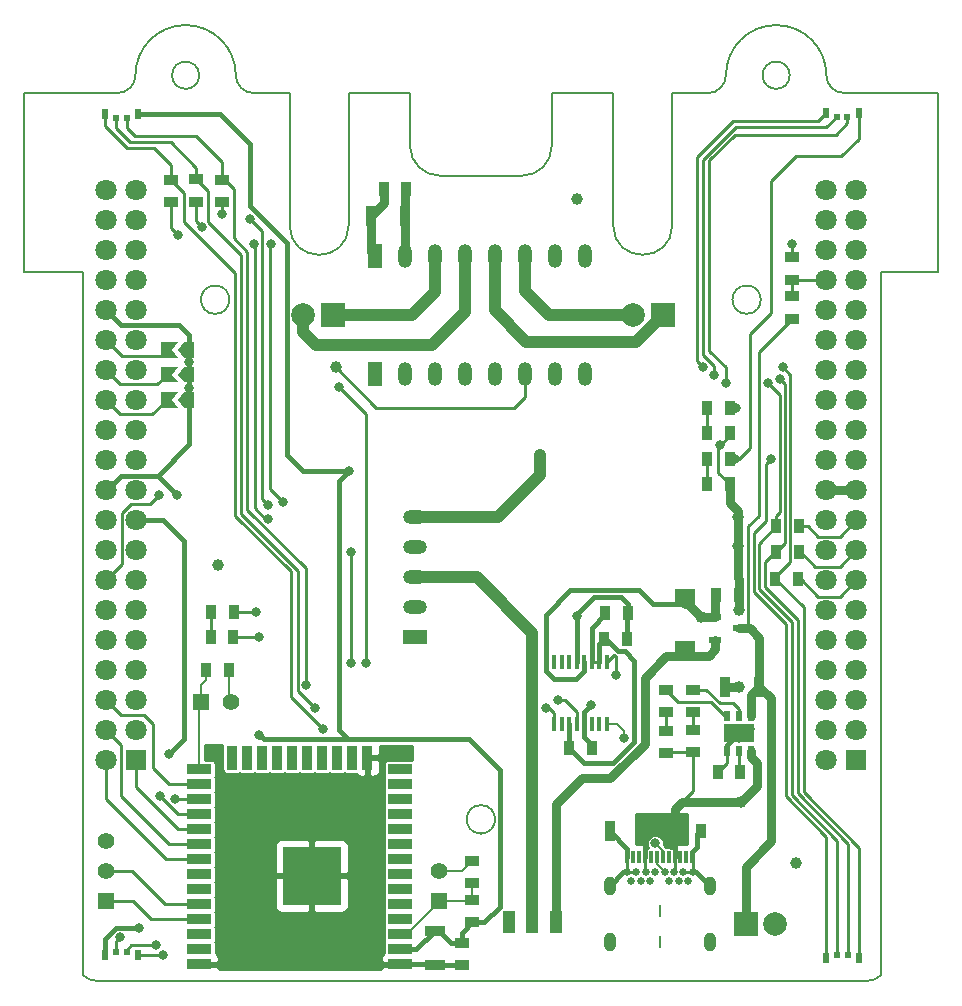
<source format=gtl>
%TF.GenerationSoftware,KiCad,Pcbnew,(5.1.6-0-10_14)*%
%TF.CreationDate,2021-04-08T13:38:13+02:00*%
%TF.ProjectId,gb-mainboard,67622d6d-6169-46e6-926f-6172642e6b69,rev?*%
%TF.SameCoordinates,Original*%
%TF.FileFunction,Copper,L1,Top*%
%TF.FilePolarity,Positive*%
%FSLAX46Y46*%
G04 Gerber Fmt 4.6, Leading zero omitted, Abs format (unit mm)*
G04 Created by KiCad (PCBNEW (5.1.6-0-10_14)) date 2021-04-08 13:38:13*
%MOMM*%
%LPD*%
G01*
G04 APERTURE LIST*
%TA.AperFunction,Profile*%
%ADD10C,0.150000*%
%TD*%
%TA.AperFunction,ComponentPad*%
%ADD11O,2.000000X1.200000*%
%TD*%
%TA.AperFunction,ComponentPad*%
%ADD12R,2.000000X1.200000*%
%TD*%
%TA.AperFunction,Conductor*%
%ADD13C,1.000000*%
%TD*%
%TA.AperFunction,SMDPad,CuDef*%
%ADD14R,0.900000X1.300000*%
%TD*%
%TA.AperFunction,SMDPad,CuDef*%
%ADD15R,2.000000X0.900000*%
%TD*%
%TA.AperFunction,SMDPad,CuDef*%
%ADD16R,0.900000X2.000000*%
%TD*%
%TA.AperFunction,SMDPad,CuDef*%
%ADD17R,5.000000X5.000000*%
%TD*%
%TA.AperFunction,ComponentPad*%
%ADD18R,1.200000X2.000000*%
%TD*%
%TA.AperFunction,ComponentPad*%
%ADD19O,1.200000X2.000000*%
%TD*%
%TA.AperFunction,ComponentPad*%
%ADD20R,1.800000X1.800000*%
%TD*%
%TA.AperFunction,ComponentPad*%
%ADD21C,1.800000*%
%TD*%
%TA.AperFunction,ComponentPad*%
%ADD22C,0.650000*%
%TD*%
%TA.AperFunction,ComponentPad*%
%ADD23O,1.000000X1.600000*%
%TD*%
%TA.AperFunction,SMDPad,CuDef*%
%ADD24R,0.300000X1.000000*%
%TD*%
%TA.AperFunction,SMDPad,CuDef*%
%ADD25R,0.200000X1.000000*%
%TD*%
%TA.AperFunction,ComponentPad*%
%ADD26R,2.000000X2.000000*%
%TD*%
%TA.AperFunction,ComponentPad*%
%ADD27C,2.000000*%
%TD*%
%TA.AperFunction,SMDPad,CuDef*%
%ADD28R,0.900000X1.700000*%
%TD*%
%TA.AperFunction,SMDPad,CuDef*%
%ADD29R,1.300000X0.900000*%
%TD*%
%TA.AperFunction,SMDPad,CuDef*%
%ADD30R,0.400000X1.200000*%
%TD*%
%TA.AperFunction,SMDPad,CuDef*%
%ADD31R,0.500000X0.900000*%
%TD*%
%TA.AperFunction,SMDPad,CuDef*%
%ADD32R,2.500000X1.600000*%
%TD*%
%TA.AperFunction,SMDPad,CuDef*%
%ADD33R,1.000000X0.600000*%
%TD*%
%TA.AperFunction,SMDPad,CuDef*%
%ADD34R,1.000000X1.900000*%
%TD*%
%TA.AperFunction,SMDPad,CuDef*%
%ADD35R,1.700000X0.900000*%
%TD*%
%TA.AperFunction,SMDPad,CuDef*%
%ADD36R,0.600000X0.600000*%
%TD*%
%TA.AperFunction,SMDPad,CuDef*%
%ADD37R,0.600000X0.900000*%
%TD*%
%TA.AperFunction,ComponentPad*%
%ADD38C,1.400000*%
%TD*%
%TA.AperFunction,ComponentPad*%
%ADD39R,1.400000X1.400000*%
%TD*%
%TA.AperFunction,SMDPad,CuDef*%
%ADD40R,1.700000X1.600000*%
%TD*%
%TA.AperFunction,SMDPad,CuDef*%
%ADD41C,0.100000*%
%TD*%
%TA.AperFunction,ViaPad*%
%ADD42C,0.800000*%
%TD*%
%TA.AperFunction,ViaPad*%
%ADD43C,1.000000*%
%TD*%
%TA.AperFunction,Conductor*%
%ADD44C,1.000000*%
%TD*%
%TA.AperFunction,Conductor*%
%ADD45C,0.400000*%
%TD*%
%TA.AperFunction,Conductor*%
%ADD46C,0.250000*%
%TD*%
%TA.AperFunction,Conductor*%
%ADD47C,0.200000*%
%TD*%
%TA.AperFunction,Conductor*%
%ADD48C,0.750000*%
%TD*%
%TA.AperFunction,Conductor*%
%ADD49C,0.150000*%
%TD*%
%TA.AperFunction,Conductor*%
%ADD50C,0.254000*%
%TD*%
G04 APERTURE END LIST*
D10*
X154959999Y-58430000D02*
G75*
G02*
X152659999Y-58430000I-1150000J0D01*
G01*
X152659999Y-58430000D02*
G75*
G02*
X154959999Y-58430000I1150000J0D01*
G01*
X102660000Y-58430000D02*
G75*
G02*
X104960000Y-58430000I1150000J0D01*
G01*
X104960000Y-58430000D02*
G75*
G02*
X102660000Y-58430000I-1150000J0D01*
G01*
X106310000Y-78630000D02*
G75*
G02*
X106310000Y-76230000I0J1200000D01*
G01*
X106310000Y-76230000D02*
G75*
G02*
X106310000Y-78630000I0J-1200000D01*
G01*
X151309999Y-78630000D02*
G75*
G02*
X151309999Y-76230000I0J1200000D01*
G01*
X151309999Y-76230000D02*
G75*
G02*
X151309999Y-78630000I0J-1200000D01*
G01*
X128809999Y-122630000D02*
X128809999Y-122630000D01*
X128809999Y-122630000D02*
G75*
G02*
X128809999Y-120230000I0J1200000D01*
G01*
X128809999Y-120230000D02*
G75*
G02*
X128809999Y-122630000I0J-1200000D01*
G01*
X167509999Y-59930000D02*
X167509999Y-75130000D01*
X159559999Y-59930000D02*
X167509999Y-59930000D01*
X159559999Y-59930000D02*
G75*
G02*
X158059999Y-58430000I547J1500547D01*
G01*
X153809997Y-54180000D02*
G75*
G02*
X158059999Y-58430000I-1549J-4251551D01*
G01*
X149559998Y-58433101D02*
G75*
G02*
X153809999Y-54180000I4251551J1550D01*
G01*
X149559998Y-58429999D02*
G75*
G02*
X148059999Y-59930000I-1500547J546D01*
G01*
X145009999Y-59930000D02*
X148059999Y-59930000D01*
X145009999Y-71130000D02*
X145009999Y-59930000D01*
X145009999Y-71130000D02*
G75*
G02*
X140009999Y-71130000I-2500000J0D01*
G01*
X140009999Y-59930000D02*
X140009999Y-71130000D01*
X134809999Y-59930000D02*
X140009999Y-59930000D01*
X134809999Y-64430000D02*
X134809999Y-59930000D01*
X134809998Y-64430000D02*
G75*
G02*
X132309999Y-66930000I-2509490J9490D01*
G01*
X125309999Y-66930000D02*
X132309999Y-66930000D01*
X125309999Y-66930001D02*
G75*
G02*
X122809999Y-64430000I9491J2509491D01*
G01*
X122809999Y-59930000D02*
X122809999Y-64430000D01*
X117610000Y-59930000D02*
X122809999Y-59930000D01*
X117610000Y-71130000D02*
X117610000Y-59930000D01*
X117610001Y-71130000D02*
G75*
G02*
X112609999Y-71130000I-2500001J0D01*
G01*
X112609999Y-59930000D02*
X112609999Y-71130000D01*
X109560000Y-59930000D02*
X112609999Y-59930000D01*
X109560000Y-59930000D02*
G75*
G02*
X108060000Y-58430000I547J1500547D01*
G01*
X103809998Y-54180000D02*
G75*
G02*
X108060000Y-58430000I-1549J-4251551D01*
G01*
X99559999Y-58430001D02*
G75*
G02*
X103810000Y-54180000I4251551J-1550D01*
G01*
X99559999Y-58429999D02*
G75*
G02*
X98060000Y-59930000I-1500547J546D01*
G01*
X95110000Y-134630000D02*
X95110000Y-75120000D01*
X96433000Y-135130000D02*
G75*
G02*
X95110000Y-134630000I-1315J1996850D01*
G01*
X161387000Y-135130001D02*
X96433000Y-135130000D01*
X162710000Y-134630000D02*
G75*
G02*
X161387000Y-135130001I-1321686J1496849D01*
G01*
X162710000Y-75130000D02*
X162710000Y-134630000D01*
X167509999Y-75130000D02*
X162710000Y-75130000D01*
X90110000Y-59930000D02*
X98060000Y-59930000D01*
X90110000Y-75130000D02*
X90110000Y-59930000D01*
X95110000Y-75120000D02*
X90110000Y-75130000D01*
D11*
%TO.P,BRD102,5*%
%TO.N,+VIN*%
X123207000Y-95871000D03*
%TO.P,BRD102,4*%
%TO.N,GND*%
X123207000Y-98411000D03*
%TO.P,BRD102,3*%
%TO.N,Net-(BRD102-Pad3)*%
X123207000Y-100951000D03*
%TO.P,BRD102,2*%
%TO.N,Net-(BRD102-Pad2)*%
X123207000Y-103491000D03*
D12*
%TO.P,BRD102,1*%
%TO.N,Net-(BRD102-Pad1)*%
X123207000Y-106031000D03*
%TD*%
D13*
%TO.N,*%
%TO.C,VAL\u002A\u002A*%
X106560000Y-99930000D03*
%TD*%
%TO.N,*%
%TO.C,VAL\u002A\u002A*%
X155460000Y-125130000D03*
%TD*%
%TO.N,*%
%TO.C,VAL\u002A\u002A*%
X136960000Y-68930000D03*
%TD*%
D14*
%TO.P,DL108,2*%
%TO.N,Net-(DL108-Pad2)*%
X147961000Y-86600000D03*
%TO.P,DL108,1*%
%TO.N,+5V*%
X149861000Y-86600000D03*
%TD*%
%TO.P,DL109,1*%
%TO.N,+3.3V*%
X149861000Y-90918000D03*
%TO.P,DL109,2*%
%TO.N,Net-(DL109-Pad2)*%
X147961000Y-90918000D03*
%TD*%
%TO.P,R109,2*%
%TO.N,GND*%
X149861000Y-88759000D03*
%TO.P,R109,1*%
%TO.N,Net-(DL108-Pad2)*%
X147961000Y-88759000D03*
%TD*%
%TO.P,R110,1*%
%TO.N,Net-(DL109-Pad2)*%
X147961000Y-93077000D03*
%TO.P,R110,2*%
%TO.N,GND*%
X149861000Y-93077000D03*
%TD*%
D15*
%TO.P,U101,38*%
%TO.N,GND*%
X104978000Y-133717000D03*
%TO.P,U101,37*%
%TO.N,Net-(U101-Pad37)*%
X104978000Y-132447000D03*
%TO.P,U101,36*%
%TO.N,Net-(U101-Pad36)*%
X104978000Y-131177000D03*
%TO.P,U101,35*%
%TO.N,/ESP_PROG_TX*%
X104978000Y-129907000D03*
%TO.P,U101,34*%
%TO.N,/ESP_PROG_RX*%
X104978000Y-128637000D03*
%TO.P,U101,33*%
%TO.N,Net-(U101-Pad33)*%
X104978000Y-127367000D03*
%TO.P,U101,32*%
%TO.N,Net-(U101-Pad32)*%
X104978000Y-126097000D03*
%TO.P,U101,31*%
%TO.N,/ESP2MCU_01*%
X104978000Y-124827000D03*
%TO.P,U101,30*%
%TO.N,/ESP2MCU_02*%
X104978000Y-123557000D03*
%TO.P,U101,29*%
%TO.N,/ESP2MCU_03*%
X104978000Y-122287000D03*
%TO.P,U101,28*%
%TO.N,/UART_CMD_RX*%
X104978000Y-121017000D03*
%TO.P,U101,27*%
%TO.N,/UART_CMD_TX*%
X104978000Y-119747000D03*
%TO.P,U101,26*%
%TO.N,/ESP2MCU_04*%
X104978000Y-118477000D03*
%TO.P,U101,25*%
%TO.N,/ESP_BOOT*%
X104978000Y-117207000D03*
D16*
%TO.P,U101,24*%
%TO.N,Net-(U101-Pad24)*%
X107763000Y-116207000D03*
%TO.P,U101,23*%
%TO.N,Net-(U101-Pad23)*%
X109033000Y-116207000D03*
%TO.P,U101,22*%
%TO.N,Net-(U101-Pad22)*%
X110303000Y-116207000D03*
%TO.P,U101,21*%
%TO.N,Net-(U101-Pad21)*%
X111573000Y-116207000D03*
%TO.P,U101,20*%
%TO.N,Net-(U101-Pad20)*%
X112843000Y-116207000D03*
%TO.P,U101,19*%
%TO.N,Net-(U101-Pad19)*%
X114113000Y-116207000D03*
%TO.P,U101,18*%
%TO.N,Net-(U101-Pad18)*%
X115383000Y-116207000D03*
%TO.P,U101,17*%
%TO.N,Net-(U101-Pad17)*%
X116653000Y-116207000D03*
%TO.P,U101,16*%
%TO.N,Net-(U101-Pad16)*%
X117923000Y-116207000D03*
%TO.P,U101,15*%
%TO.N,GND*%
X119193000Y-116207000D03*
D15*
%TO.P,U101,14*%
%TO.N,Net-(U101-Pad14)*%
X121978000Y-117207000D03*
%TO.P,U101,13*%
%TO.N,Net-(U101-Pad13)*%
X121978000Y-118477000D03*
%TO.P,U101,12*%
%TO.N,Net-(U101-Pad12)*%
X121978000Y-119747000D03*
%TO.P,U101,11*%
%TO.N,Net-(U101-Pad11)*%
X121978000Y-121017000D03*
%TO.P,U101,10*%
%TO.N,Net-(U101-Pad10)*%
X121978000Y-122287000D03*
%TO.P,U101,9*%
%TO.N,Net-(U101-Pad9)*%
X121978000Y-123557000D03*
%TO.P,U101,8*%
%TO.N,Net-(U101-Pad8)*%
X121978000Y-124827000D03*
%TO.P,U101,7*%
%TO.N,Net-(U101-Pad7)*%
X121978000Y-126097000D03*
%TO.P,U101,6*%
%TO.N,Net-(U101-Pad6)*%
X121978000Y-127367000D03*
%TO.P,U101,5*%
%TO.N,Net-(U101-Pad5)*%
X121978000Y-128637000D03*
%TO.P,U101,4*%
%TO.N,Net-(U101-Pad4)*%
X121978000Y-129907000D03*
%TO.P,U101,3*%
%TO.N,/ESP_ENABLE*%
X121978000Y-131177000D03*
%TO.P,U101,2*%
%TO.N,+3.3V*%
X121978000Y-132447000D03*
%TO.P,U101,1*%
%TO.N,GND*%
X121978000Y-133717000D03*
D17*
%TO.P,U101,39*%
X114478000Y-126217000D03*
%TD*%
D18*
%TO.P,BRD101,16*%
%TO.N,GND*%
X119828000Y-73696000D03*
%TO.P,BRD101,1*%
X119828000Y-83756000D03*
D19*
%TO.P,BRD101,15*%
%TO.N,+VIN*%
X122368000Y-73696000D03*
%TO.P,BRD101,2*%
%TO.N,Net-(BRD101-Pad2)*%
X122368000Y-83756000D03*
%TO.P,BRD101,14*%
%TO.N,Net-(BRD101-Pad14)*%
X124908000Y-73696000D03*
%TO.P,BRD101,3*%
%TO.N,/MOTOR_SX_CTR1*%
X124908000Y-83756000D03*
%TO.P,BRD101,13*%
%TO.N,Net-(BRD101-Pad13)*%
X127448000Y-73696000D03*
%TO.P,BRD101,4*%
%TO.N,/MOTOR_SX_CTR2*%
X127448000Y-83756000D03*
%TO.P,BRD101,12*%
%TO.N,Net-(BRD101-Pad12)*%
X129988000Y-73696000D03*
%TO.P,BRD101,5*%
%TO.N,/MOTOR_DX_CTR2*%
X129988000Y-83756000D03*
%TO.P,BRD101,11*%
%TO.N,Net-(BRD101-Pad11)*%
X132528000Y-73696000D03*
%TO.P,BRD101,6*%
%TO.N,/MOTOR_DX_CTR1*%
X132528000Y-83756000D03*
%TO.P,BRD101,10*%
%TO.N,Net-(BRD101-Pad10)*%
X135068000Y-73696000D03*
%TO.P,BRD101,7*%
%TO.N,/MOTOR_SLEEP*%
X135068000Y-83756000D03*
%TO.P,BRD101,9*%
%TO.N,Net-(BRD101-Pad9)*%
X137608000Y-73696000D03*
%TO.P,BRD101,8*%
%TO.N,/MOTOR_FAULT*%
X137608000Y-83756000D03*
%TD*%
D20*
%TO.P,P101,1*%
%TO.N,/LED_LX_BLUE*%
X160595000Y-116445000D03*
D21*
%TO.P,P101,2*%
%TO.N,/LED_LX_RED*%
X158055000Y-116445000D03*
%TO.P,P101,3*%
%TO.N,Net-(P101-Pad3)*%
X160595000Y-113905000D03*
%TO.P,P101,4*%
%TO.N,/LED_LX_GREEN*%
X158055000Y-113905000D03*
%TO.P,P101,5*%
%TO.N,Net-(P101-Pad5)*%
X160595000Y-111365000D03*
%TO.P,P101,6*%
%TO.N,Net-(P101-Pad6)*%
X158055000Y-111365000D03*
%TO.P,P101,7*%
%TO.N,Net-(P101-Pad7)*%
X160595000Y-108825000D03*
%TO.P,P101,8*%
%TO.N,GND*%
X158055000Y-108825000D03*
%TO.P,P101,9*%
%TO.N,Net-(P101-Pad9)*%
X160595000Y-106285000D03*
%TO.P,P101,10*%
%TO.N,Net-(P101-Pad10)*%
X158055000Y-106285000D03*
%TO.P,P101,11*%
%TO.N,Net-(P101-Pad11)*%
X160595000Y-103745000D03*
%TO.P,P101,12*%
%TO.N,Net-(P101-Pad12)*%
X158055000Y-103745000D03*
%TO.P,P101,13*%
%TO.N,/LED_RX_RED*%
X160595000Y-101205000D03*
%TO.P,P101,14*%
%TO.N,Net-(P101-Pad14)*%
X158055000Y-101205000D03*
%TO.P,P101,15*%
%TO.N,/LED_RX_GREEN*%
X160595000Y-98665000D03*
%TO.P,P101,16*%
%TO.N,+3.3V*%
X158055000Y-98665000D03*
%TO.P,P101,17*%
%TO.N,/LED_RX_BLUE*%
X160595000Y-96125000D03*
%TO.P,P101,18*%
%TO.N,+5V*%
X158055000Y-96125000D03*
%TO.P,P101,19*%
%TO.N,GND*%
X160595000Y-93585000D03*
%TO.P,P101,20*%
X158055000Y-93585000D03*
%TO.P,P101,21*%
%TO.N,Net-(P101-Pad21)*%
X160595000Y-91045000D03*
%TO.P,P101,22*%
%TO.N,GND*%
X158055000Y-91045000D03*
%TO.P,P101,23*%
%TO.N,Net-(P101-Pad23)*%
X160595000Y-88505000D03*
%TO.P,P101,24*%
%TO.N,+VIN*%
X158055000Y-88505000D03*
%TO.P,P101,25*%
%TO.N,Net-(P101-Pad25)*%
X160595000Y-85965000D03*
%TO.P,P101,26*%
%TO.N,Net-(P101-Pad26)*%
X158055000Y-85965000D03*
%TO.P,P101,27*%
%TO.N,Net-(P101-Pad27)*%
X160595000Y-83425000D03*
%TO.P,P101,28*%
%TO.N,Net-(P101-Pad28)*%
X158055000Y-83425000D03*
%TO.P,P101,29*%
%TO.N,Net-(P101-Pad29)*%
X160595000Y-80885000D03*
%TO.P,P101,30*%
%TO.N,Net-(P101-Pad30)*%
X158055000Y-80885000D03*
%TO.P,P101,31*%
%TO.N,Net-(P101-Pad31)*%
X160595000Y-78345000D03*
%TO.P,P101,32*%
%TO.N,Net-(P101-Pad32)*%
X158055000Y-78345000D03*
%TO.P,P101,33*%
%TO.N,Net-(P101-Pad33)*%
X160595000Y-75805000D03*
%TO.P,P101,34*%
%TO.N,/ADC_BAT_STATUS*%
X158055000Y-75805000D03*
%TO.P,P101,35*%
%TO.N,Net-(P101-Pad35)*%
X160595000Y-73265000D03*
%TO.P,P101,36*%
%TO.N,Net-(P101-Pad36)*%
X158055000Y-73265000D03*
%TO.P,P101,37*%
%TO.N,Net-(P101-Pad37)*%
X160595000Y-70725000D03*
%TO.P,P101,38*%
%TO.N,Net-(P101-Pad38)*%
X158055000Y-70725000D03*
%TO.P,P101,39*%
%TO.N,Net-(P101-Pad39)*%
X160595000Y-68185000D03*
%TO.P,P101,40*%
%TO.N,Net-(P101-Pad40)*%
X158055000Y-68185000D03*
%TD*%
%TO.P,P102,40*%
%TO.N,Net-(P102-Pad40)*%
X97095000Y-68185000D03*
%TO.P,P102,39*%
%TO.N,Net-(P102-Pad39)*%
X99635000Y-68185000D03*
%TO.P,P102,38*%
%TO.N,Net-(P102-Pad38)*%
X97095000Y-70725000D03*
%TO.P,P102,37*%
%TO.N,Net-(P102-Pad37)*%
X99635000Y-70725000D03*
%TO.P,P102,36*%
%TO.N,Net-(P102-Pad36)*%
X97095000Y-73265000D03*
%TO.P,P102,35*%
%TO.N,Net-(P102-Pad35)*%
X99635000Y-73265000D03*
%TO.P,P102,34*%
%TO.N,/UART_DBG_TX*%
X97095000Y-75805000D03*
%TO.P,P102,33*%
%TO.N,/MOTOR_DX_CTR1*%
X99635000Y-75805000D03*
%TO.P,P102,32*%
%TO.N,GND*%
X97095000Y-78345000D03*
%TO.P,P102,31*%
%TO.N,Net-(P102-Pad31)*%
X99635000Y-78345000D03*
%TO.P,P102,30*%
%TO.N,/ADDR_2*%
X97095000Y-80885000D03*
%TO.P,P102,29*%
%TO.N,Net-(P102-Pad29)*%
X99635000Y-80885000D03*
%TO.P,P102,28*%
%TO.N,/ADDR_1*%
X97095000Y-83425000D03*
%TO.P,P102,27*%
%TO.N,Net-(P102-Pad27)*%
X99635000Y-83425000D03*
%TO.P,P102,26*%
%TO.N,/ADDR_0*%
X97095000Y-85965000D03*
%TO.P,P102,25*%
%TO.N,/UART_CMD_RX*%
X99635000Y-85965000D03*
%TO.P,P102,24*%
%TO.N,Net-(P102-Pad24)*%
X97095000Y-88505000D03*
%TO.P,P102,23*%
%TO.N,/MOTOR_SX_CTR1*%
X99635000Y-88505000D03*
%TO.P,P102,22*%
%TO.N,Net-(P102-Pad22)*%
X97095000Y-91045000D03*
%TO.P,P102,21*%
%TO.N,/MOTOR_SX_CTR2*%
X99635000Y-91045000D03*
%TO.P,P102,20*%
%TO.N,GND*%
X97095000Y-93585000D03*
%TO.P,P102,19*%
%TO.N,Net-(P102-Pad19)*%
X99635000Y-93585000D03*
%TO.P,P102,18*%
%TO.N,/UART_DBG_RX*%
X97095000Y-96125000D03*
%TO.P,P102,17*%
%TO.N,/UART_CMD_TX*%
X99635000Y-96125000D03*
%TO.P,P102,16*%
%TO.N,Net-(P102-Pad16)*%
X97095000Y-98665000D03*
%TO.P,P102,15*%
%TO.N,Net-(P102-Pad15)*%
X99635000Y-98665000D03*
%TO.P,P102,14*%
%TO.N,/MOTOR_DX_CTR2*%
X97095000Y-101205000D03*
%TO.P,P102,13*%
%TO.N,Net-(P102-Pad13)*%
X99635000Y-101205000D03*
%TO.P,P102,12*%
%TO.N,Net-(P102-Pad12)*%
X97095000Y-103745000D03*
%TO.P,P102,11*%
%TO.N,Net-(P102-Pad11)*%
X99635000Y-103745000D03*
%TO.P,P102,10*%
%TO.N,Net-(P102-Pad10)*%
X97095000Y-106285000D03*
%TO.P,P102,9*%
%TO.N,GND*%
X99635000Y-106285000D03*
%TO.P,P102,8*%
%TO.N,Net-(P102-Pad8)*%
X97095000Y-108825000D03*
%TO.P,P102,7*%
%TO.N,Net-(P102-Pad7)*%
X99635000Y-108825000D03*
%TO.P,P102,6*%
%TO.N,/ESP2MCU_04*%
X97095000Y-111365000D03*
%TO.P,P102,5*%
%TO.N,Net-(P102-Pad5)*%
X99635000Y-111365000D03*
%TO.P,P102,4*%
%TO.N,/ESP2MCU_02*%
X97095000Y-113905000D03*
%TO.P,P102,3*%
%TO.N,Net-(P102-Pad3)*%
X99635000Y-113905000D03*
%TO.P,P102,2*%
%TO.N,/ESP2MCU_01*%
X97095000Y-116445000D03*
D20*
%TO.P,P102,1*%
%TO.N,/ESP2MCU_03*%
X99635000Y-116445000D03*
%TD*%
D22*
%TO.P,P105,B1*%
%TO.N,GND*%
X146758000Y-125888000D03*
%TO.P,P105,B2*%
%TO.N,Net-(P105-PadB2)*%
X146358000Y-126613000D03*
%TO.P,P105,S1*%
%TO.N,GND*%
X145958000Y-125888000D03*
%TO.P,P105,B4*%
%TO.N,+VUSB*%
X145158000Y-125888000D03*
%TO.P,P105,B6*%
%TO.N,/USB_DP*%
X144358000Y-125888000D03*
%TO.P,P105,B7*%
%TO.N,/USB_DM*%
X143558000Y-125888000D03*
%TO.P,P105,B9*%
%TO.N,+VUSB*%
X142758000Y-125888000D03*
%TO.P,P105,S1*%
%TO.N,GND*%
X141958000Y-125888000D03*
%TO.P,P105,B12*%
X141158000Y-125888000D03*
%TO.P,P105,B3*%
%TO.N,Net-(P105-PadB3)*%
X145558000Y-126613000D03*
%TO.P,P105,B5*%
%TO.N,Net-(P105-PadB5)*%
X144758000Y-126613000D03*
%TO.P,P105,B8*%
%TO.N,Net-(P105-PadB8)*%
X143158000Y-126613000D03*
%TO.P,P105,B10*%
%TO.N,Net-(P105-PadB10)*%
X142358000Y-126613000D03*
%TO.P,P105,B11*%
%TO.N,Net-(P105-PadB11)*%
X141558000Y-126613000D03*
D23*
%TO.P,P105,S1*%
%TO.N,GND*%
X148208000Y-127038000D03*
X139708000Y-127038000D03*
X148208000Y-131788000D03*
X139708000Y-131788000D03*
D24*
%TO.P,P105,A1*%
X141208000Y-124638000D03*
%TO.P,P105,A2*%
%TO.N,Net-(P105-PadA2)*%
X141708000Y-124638000D03*
%TO.P,P105,A3*%
%TO.N,Net-(P105-PadA3)*%
X142208000Y-124638000D03*
%TO.P,P105,A4*%
%TO.N,+VUSB*%
X142708000Y-124638000D03*
%TO.P,P105,A5*%
%TO.N,Net-(P105-PadA5)*%
X143208000Y-124638000D03*
%TO.P,P105,A6*%
%TO.N,/USB_DP*%
X143708000Y-124638000D03*
%TO.P,P105,A7*%
%TO.N,/USB_DM*%
X144208000Y-124638000D03*
%TO.P,P105,A8*%
%TO.N,Net-(P105-PadA8)*%
X144708000Y-124638000D03*
%TO.P,P105,A9*%
%TO.N,+VUSB*%
X145208000Y-124638000D03*
%TO.P,P105,A10*%
%TO.N,Net-(P105-PadA10)*%
X145708000Y-124638000D03*
%TO.P,P105,A11*%
%TO.N,Net-(P105-PadA11)*%
X146208000Y-124638000D03*
%TO.P,P105,A12*%
%TO.N,GND*%
X146708000Y-124638000D03*
D25*
%TO.P,P105,*%
%TO.N,*%
X143958000Y-131788000D03*
X143958000Y-129188000D03*
%TD*%
D26*
%TO.P,P103,1*%
%TO.N,Net-(BRD101-Pad14)*%
X116252000Y-78726000D03*
D27*
%TO.P,P103,2*%
%TO.N,Net-(BRD101-Pad13)*%
X113752000Y-78726000D03*
%TD*%
D26*
%TO.P,P104,1*%
%TO.N,Net-(BRD101-Pad12)*%
X144192000Y-78726000D03*
D27*
%TO.P,P104,2*%
%TO.N,Net-(BRD101-Pad11)*%
X141692000Y-78726000D03*
%TD*%
D14*
%TO.P,C101,1*%
%TO.N,Net-(C101-Pad1)*%
X139259000Y-106158000D03*
%TO.P,C101,2*%
%TO.N,GND*%
X141159000Y-106158000D03*
%TD*%
%TO.P,C102,2*%
%TO.N,GND*%
X138177000Y-115429000D03*
%TO.P,C102,1*%
%TO.N,Net-(C101-Pad1)*%
X136277000Y-115429000D03*
%TD*%
D28*
%TO.P,C103,1*%
%TO.N,+VUSB*%
X142614000Y-122414000D03*
%TO.P,C103,2*%
%TO.N,GND*%
X139714000Y-122414000D03*
%TD*%
D14*
%TO.P,C104,1*%
%TO.N,Net-(C101-Pad1)*%
X139325000Y-103999000D03*
%TO.P,C104,2*%
%TO.N,GND*%
X141225000Y-103999000D03*
%TD*%
D29*
%TO.P,DL101,1*%
%TO.N,Net-(DL101-Pad1)*%
X146752000Y-112376000D03*
%TO.P,DL101,2*%
%TO.N,Net-(DL101-Pad2)*%
X146752000Y-110476000D03*
%TD*%
%TO.P,DL102,2*%
%TO.N,Net-(DL102-Pad2)*%
X144466000Y-110476000D03*
%TO.P,DL102,1*%
%TO.N,Net-(DL102-Pad1)*%
X144466000Y-112376000D03*
%TD*%
%TO.P,R101,1*%
%TO.N,+VUSB*%
X146752000Y-115744000D03*
%TO.P,R101,2*%
%TO.N,Net-(DL101-Pad1)*%
X146752000Y-113844000D03*
%TD*%
%TO.P,R102,2*%
%TO.N,Net-(DL102-Pad1)*%
X144466000Y-113910000D03*
%TO.P,R102,1*%
%TO.N,+VUSB*%
X144466000Y-115810000D03*
%TD*%
D14*
%TO.P,R103,1*%
%TO.N,Net-(R103-Pad1)*%
X150750000Y-117461000D03*
%TO.P,R103,2*%
%TO.N,GND*%
X148850000Y-117461000D03*
%TD*%
D30*
%TO.P,U102,1*%
%TO.N,/UART_DBG_RX*%
X135004500Y-113330000D03*
%TO.P,U102,2*%
%TO.N,Net-(U102-Pad2)*%
X135639500Y-113330000D03*
%TO.P,U102,3*%
%TO.N,Net-(C101-Pad1)*%
X136274500Y-113330000D03*
%TO.P,U102,4*%
%TO.N,/UART_DBG_TX*%
X136909500Y-113330000D03*
%TO.P,U102,5*%
%TO.N,GND*%
X137544500Y-113330000D03*
%TO.P,U102,6*%
%TO.N,Net-(U102-Pad6)*%
X138179500Y-113330000D03*
%TO.P,U102,7*%
%TO.N,Net-(U102-Pad7)*%
X138814500Y-113330000D03*
%TO.P,U102,8*%
%TO.N,/USB_DP*%
X139449500Y-113330000D03*
%TO.P,U102,9*%
%TO.N,/USB_DM*%
X139449500Y-108130000D03*
%TO.P,U102,10*%
%TO.N,Net-(C101-Pad1)*%
X138814500Y-108130000D03*
%TO.P,U102,11*%
X138179500Y-108130000D03*
%TO.P,U102,12*%
%TO.N,+VUSB*%
X137544500Y-108130000D03*
%TO.P,U102,13*%
%TO.N,GND*%
X136909500Y-108130000D03*
%TO.P,U102,14*%
%TO.N,Net-(U102-Pad14)*%
X136274500Y-108130000D03*
%TO.P,U102,15*%
%TO.N,Net-(U102-Pad15)*%
X135639500Y-108130000D03*
%TO.P,U102,16*%
%TO.N,Net-(U102-Pad16)*%
X135004500Y-108130000D03*
%TD*%
D31*
%TO.P,U103,1*%
%TO.N,+VBAT*%
X151689000Y-112659000D03*
%TO.P,U103,2*%
%TO.N,Net-(DL101-Pad2)*%
X150689000Y-112659000D03*
%TO.P,U103,3*%
%TO.N,Net-(DL102-Pad2)*%
X149689000Y-112659000D03*
%TO.P,U103,4*%
%TO.N,GND*%
X149689000Y-115659000D03*
%TO.P,U103,5*%
%TO.N,Net-(R103-Pad1)*%
X150689000Y-115659000D03*
%TO.P,U103,6*%
%TO.N,+VUSB*%
X151689000Y-115659000D03*
D32*
%TO.P,U103,7*%
%TO.N,GND*%
X150689000Y-114159000D03*
%TD*%
D28*
%TO.P,C105,1*%
%TO.N,+VBAT*%
X152393000Y-110222000D03*
%TO.P,C105,2*%
%TO.N,GND*%
X149493000Y-110222000D03*
%TD*%
D14*
%TO.P,DL103,1*%
%TO.N,+VIN*%
X107885000Y-103872000D03*
%TO.P,DL103,2*%
%TO.N,Net-(DL103-Pad2)*%
X105985000Y-103872000D03*
%TD*%
D33*
%TO.P,Q101,1*%
%TO.N,+VUSB*%
X148673000Y-104319000D03*
%TO.P,Q101,2*%
%TO.N,Net-(D102-Pad1)*%
X148673000Y-106219000D03*
%TO.P,Q101,3*%
%TO.N,+VBAT*%
X150673000Y-105269000D03*
%TD*%
D14*
%TO.P,R104,1*%
%TO.N,+VUSB*%
X148723000Y-102475000D03*
%TO.P,R104,2*%
%TO.N,GND*%
X150623000Y-102475000D03*
%TD*%
%TO.P,R105,2*%
%TO.N,Net-(BRD102-Pad1)*%
X107824000Y-106031000D03*
%TO.P,R105,1*%
%TO.N,Net-(DL103-Pad2)*%
X105924000Y-106031000D03*
%TD*%
D34*
%TO.P,SW101,3*%
%TO.N,Net-(D102-Pad1)*%
X135179000Y-130155000D03*
%TO.P,SW101,2*%
%TO.N,Net-(BRD102-Pad3)*%
X133179000Y-130155000D03*
%TO.P,SW101,1*%
%TO.N,Net-(SW101-Pad1)*%
X131179000Y-130155000D03*
%TD*%
D29*
%TO.P,C106,2*%
%TO.N,/ESP_ENABLE*%
X128083000Y-126854000D03*
%TO.P,C106,1*%
%TO.N,GND*%
X128083000Y-124954000D03*
%TD*%
D35*
%TO.P,C107,1*%
%TO.N,GND*%
X124908000Y-133770000D03*
%TO.P,C107,2*%
%TO.N,+3.3V*%
X124908000Y-130870000D03*
%TD*%
D29*
%TO.P,C108,1*%
%TO.N,+3.3V*%
X127194000Y-131878000D03*
%TO.P,C108,2*%
%TO.N,GND*%
X127194000Y-133778000D03*
%TD*%
D14*
%TO.P,C109,1*%
%TO.N,GND*%
X107443000Y-108825000D03*
%TO.P,C109,2*%
%TO.N,/ESP_BOOT*%
X105543000Y-108825000D03*
%TD*%
D28*
%TO.P,C110,2*%
%TO.N,+VIN*%
X122421000Y-70344000D03*
%TO.P,C110,1*%
%TO.N,GND*%
X119521000Y-70344000D03*
%TD*%
D14*
%TO.P,C111,2*%
%TO.N,GND*%
X120595000Y-68058000D03*
%TO.P,C111,1*%
%TO.N,+VIN*%
X122495000Y-68058000D03*
%TD*%
D36*
%TO.P,DL104,3*%
%TO.N,Net-(DL104-Pad3)*%
X158944000Y-61962000D03*
%TO.P,DL104,2*%
%TO.N,Net-(DL104-Pad2)*%
X159844000Y-61962000D03*
D37*
%TO.P,DL104,4*%
%TO.N,Net-(DL104-Pad4)*%
X157994000Y-61662000D03*
%TO.P,DL104,1*%
%TO.N,+3.3V*%
X160794000Y-61662000D03*
%TD*%
%TO.P,DL105,1*%
%TO.N,+3.3V*%
X158052000Y-133209000D03*
%TO.P,DL105,4*%
%TO.N,Net-(DL104-Pad4)*%
X160852000Y-133209000D03*
D36*
%TO.P,DL105,2*%
%TO.N,Net-(DL104-Pad2)*%
X159002000Y-132909000D03*
%TO.P,DL105,3*%
%TO.N,Net-(DL104-Pad3)*%
X159902000Y-132909000D03*
%TD*%
%TO.P,DL106,3*%
%TO.N,Net-(DL106-Pad3)*%
X98815000Y-132655000D03*
%TO.P,DL106,2*%
%TO.N,Net-(DL106-Pad2)*%
X97915000Y-132655000D03*
D37*
%TO.P,DL106,4*%
%TO.N,Net-(DL106-Pad4)*%
X99765000Y-132955000D03*
%TO.P,DL106,1*%
%TO.N,+3.3V*%
X96965000Y-132955000D03*
%TD*%
%TO.P,DL107,1*%
%TO.N,+3.3V*%
X99765000Y-61708000D03*
%TO.P,DL107,4*%
%TO.N,Net-(DL106-Pad4)*%
X96965000Y-61708000D03*
D36*
%TO.P,DL107,2*%
%TO.N,Net-(DL106-Pad2)*%
X98815000Y-62008000D03*
%TO.P,DL107,3*%
%TO.N,Net-(DL106-Pad3)*%
X97915000Y-62008000D03*
%TD*%
D38*
%TO.P,P107,2*%
%TO.N,GND*%
X125289000Y-125843000D03*
D39*
%TO.P,P107,1*%
%TO.N,/ESP_ENABLE*%
X125289000Y-128383000D03*
%TD*%
%TO.P,P108,1*%
%TO.N,/ESP_BOOT*%
X105096000Y-111492000D03*
D38*
%TO.P,P108,2*%
%TO.N,GND*%
X107636000Y-111492000D03*
%TD*%
%TO.P,P109,2*%
%TO.N,/ESP_PROG_RX*%
X97095000Y-125843000D03*
D39*
%TO.P,P109,1*%
%TO.N,/ESP_PROG_TX*%
X97095000Y-128383000D03*
D38*
%TO.P,P109,3*%
%TO.N,GND*%
X97095000Y-123303000D03*
%TD*%
D29*
%TO.P,R106,1*%
%TO.N,+3.3V*%
X128083000Y-130156000D03*
%TO.P,R106,2*%
%TO.N,/ESP_ENABLE*%
X128083000Y-128256000D03*
%TD*%
%TO.P,R107,2*%
%TO.N,+VBAT*%
X155134000Y-79041000D03*
%TO.P,R107,1*%
%TO.N,/ADC_BAT_STATUS*%
X155134000Y-77141000D03*
%TD*%
%TO.P,R108,1*%
%TO.N,GND*%
X155134000Y-73839000D03*
%TO.P,R108,2*%
%TO.N,/ADC_BAT_STATUS*%
X155134000Y-75739000D03*
%TD*%
D26*
%TO.P,P106,1*%
%TO.N,+VBAT*%
X151217000Y-130288000D03*
D27*
%TO.P,P106,2*%
%TO.N,GND*%
X153717000Y-130288000D03*
%TD*%
D14*
%TO.P,R111,2*%
%TO.N,Net-(DL104-Pad4)*%
X153742000Y-101078000D03*
%TO.P,R111,1*%
%TO.N,/LED_RX_RED*%
X155642000Y-101078000D03*
%TD*%
%TO.P,R112,1*%
%TO.N,/LED_RX_GREEN*%
X155703000Y-98792000D03*
%TO.P,R112,2*%
%TO.N,Net-(DL104-Pad3)*%
X153803000Y-98792000D03*
%TD*%
%TO.P,R113,2*%
%TO.N,Net-(DL104-Pad2)*%
X153803000Y-96633000D03*
%TO.P,R113,1*%
%TO.N,/LED_RX_BLUE*%
X155703000Y-96633000D03*
%TD*%
D29*
%TO.P,R114,1*%
%TO.N,/LED_LX_RED*%
X102556000Y-69196000D03*
%TO.P,R114,2*%
%TO.N,Net-(DL106-Pad4)*%
X102556000Y-67296000D03*
%TD*%
%TO.P,R115,2*%
%TO.N,Net-(DL106-Pad3)*%
X104715000Y-67235000D03*
%TO.P,R115,1*%
%TO.N,/LED_LX_GREEN*%
X104715000Y-69135000D03*
%TD*%
%TO.P,R116,1*%
%TO.N,/LED_LX_BLUE*%
X106874000Y-69201000D03*
%TO.P,R116,2*%
%TO.N,Net-(DL106-Pad2)*%
X106874000Y-67301000D03*
%TD*%
D14*
%TO.P,D101,2*%
%TO.N,GND*%
X147410000Y-122430000D03*
%TO.P,D101,1*%
%TO.N,+VUSB*%
X145510000Y-122430000D03*
%TD*%
D40*
%TO.P,D102,2*%
%TO.N,+VUSB*%
X146110000Y-102730000D03*
%TO.P,D102,1*%
%TO.N,Net-(D102-Pad1)*%
X146110000Y-107130000D03*
%TD*%
%TA.AperFunction,SMDPad,CuDef*%
D41*
%TO.P,J101,1*%
%TO.N,/ADDR_0*%
G36*
X102660000Y-85930000D02*
G01*
X103160000Y-86580000D01*
X101760000Y-86580000D01*
X101760000Y-85280000D01*
X103160000Y-85280000D01*
X102660000Y-85930000D01*
G37*
%TD.AperFunction*%
%TA.AperFunction,SMDPad,CuDef*%
%TO.P,J101,2*%
%TO.N,GND*%
G36*
X104560000Y-86580000D02*
G01*
X103660000Y-86580000D01*
X103160000Y-85930000D01*
X103660000Y-85280000D01*
X104560000Y-85280000D01*
X104560000Y-86580000D01*
G37*
%TD.AperFunction*%
%TD*%
%TA.AperFunction,SMDPad,CuDef*%
%TO.P,J102,1*%
%TO.N,/ADDR_1*%
G36*
X102660000Y-83780000D02*
G01*
X103160000Y-84430000D01*
X101760000Y-84430000D01*
X101760000Y-83130000D01*
X103160000Y-83130000D01*
X102660000Y-83780000D01*
G37*
%TD.AperFunction*%
%TA.AperFunction,SMDPad,CuDef*%
%TO.P,J102,2*%
%TO.N,GND*%
G36*
X104560000Y-84430000D02*
G01*
X103660000Y-84430000D01*
X103160000Y-83780000D01*
X103660000Y-83130000D01*
X104560000Y-83130000D01*
X104560000Y-84430000D01*
G37*
%TD.AperFunction*%
%TD*%
%TA.AperFunction,SMDPad,CuDef*%
%TO.P,J103,2*%
%TO.N,GND*%
G36*
X104560000Y-82330000D02*
G01*
X103660000Y-82330000D01*
X103160000Y-81680000D01*
X103660000Y-81030000D01*
X104560000Y-81030000D01*
X104560000Y-82330000D01*
G37*
%TD.AperFunction*%
%TA.AperFunction,SMDPad,CuDef*%
%TO.P,J103,1*%
%TO.N,/ADDR_2*%
G36*
X102660000Y-81680000D02*
G01*
X103160000Y-82330000D01*
X101760000Y-82330000D01*
X101760000Y-81030000D01*
X103160000Y-81030000D01*
X102660000Y-81680000D01*
G37*
%TD.AperFunction*%
%TD*%
D42*
%TO.N,GND*%
X151578000Y-113778000D03*
X149800000Y-113778000D03*
X149038000Y-89775000D03*
X117669000Y-133717000D03*
X115637000Y-133717000D03*
X113605000Y-133717000D03*
X111700000Y-133717000D03*
X109668000Y-133717000D03*
X107636000Y-133717000D03*
X119701000Y-133717000D03*
X136909500Y-104189500D03*
X138116000Y-111746000D03*
X150689000Y-114540000D03*
X155134000Y-72757000D03*
D43*
X150562000Y-95871000D03*
X150562000Y-98284000D03*
X150675990Y-103745000D03*
D42*
X103064000Y-93966000D03*
D43*
X150689000Y-110222000D03*
D42*
X104110000Y-82730000D03*
X104110000Y-84880000D03*
X117760000Y-126230000D03*
X114460000Y-122930000D03*
X111160000Y-126230000D03*
X114460000Y-129530000D03*
X117810000Y-123030000D03*
X117710000Y-129530000D03*
D43*
%TO.N,+VUSB*%
X150816000Y-120001000D03*
X147453000Y-104319000D03*
D42*
%TO.N,/USB_DP*%
X140925000Y-114540000D03*
%TO.N,/USB_DM*%
X140275000Y-109206000D03*
X143579069Y-123456890D03*
%TO.N,+VIN*%
X109795000Y-103872000D03*
D43*
X133817990Y-90556990D03*
D42*
%TO.N,Net-(BRD102-Pad1)*%
X110049000Y-106031000D03*
%TO.N,/MOTOR_DX_CTR2*%
X101540000Y-93966000D03*
D43*
%TO.N,/MOTOR_DX_CTR1*%
X116526000Y-83171000D03*
D42*
%TO.N,+3.3V*%
X99889000Y-130669000D03*
X150308000Y-90918000D03*
X110049000Y-114286000D03*
X117669000Y-91933998D03*
X153356000Y-90918000D03*
%TO.N,/LED_LX_GREEN*%
X105223000Y-71320000D03*
X111065000Y-72757000D03*
X112081000Y-94601000D03*
%TO.N,/LED_LX_BLUE*%
X106874000Y-70217000D03*
X109287000Y-70598000D03*
X110811000Y-94855000D03*
%TO.N,/LED_LX_RED*%
X103191000Y-71995000D03*
X109628000Y-72757000D03*
X110811000Y-95998000D03*
%TO.N,+5V*%
X150435000Y-86600000D03*
%TO.N,/UART_CMD_TX*%
X102937000Y-119747000D03*
X102428990Y-115937000D03*
%TO.N,/UART_CMD_RX*%
X101667000Y-119493000D03*
%TO.N,/UART_DBG_RX*%
X134306000Y-112040000D03*
X117796000Y-108190000D03*
X117796000Y-98792000D03*
%TO.N,/UART_DBG_TX*%
X135322000Y-111365000D03*
X119066000Y-108190000D03*
X116780000Y-84822000D03*
%TO.N,Net-(DL104-Pad3)*%
X154118000Y-84187000D03*
X148530000Y-83846000D03*
%TO.N,Net-(DL104-Pad2)*%
X153102000Y-84481000D03*
X149546000Y-84481000D03*
%TO.N,Net-(DL104-Pad4)*%
X147640990Y-83171000D03*
X154372000Y-83171000D03*
%TO.N,Net-(DL106-Pad3)*%
X101286000Y-132106000D03*
X114748000Y-112000000D03*
%TO.N,Net-(DL106-Pad2)*%
X113986000Y-110095000D03*
X98238000Y-131431000D03*
%TO.N,Net-(DL106-Pad4)*%
X101921000Y-132955000D03*
X115423000Y-113778000D03*
%TD*%
D44*
%TO.N,Net-(BRD101-Pad14)*%
X123003000Y-78726000D02*
X124908000Y-76821000D01*
X124908000Y-76821000D02*
X124908000Y-73696000D01*
X116252000Y-78726000D02*
X123003000Y-78726000D01*
%TO.N,Net-(BRD101-Pad13)*%
X114877787Y-81266000D02*
X124654000Y-81266000D01*
X124654000Y-81266000D02*
X127448000Y-78472000D01*
X113752000Y-80140213D02*
X114877787Y-81266000D01*
X113752000Y-78726000D02*
X113752000Y-80140213D01*
X127448000Y-73696000D02*
X127448000Y-78472000D01*
%TO.N,Net-(BRD101-Pad12)*%
X129988000Y-73696000D02*
X129988000Y-78345000D01*
X129988000Y-78345000D02*
X132655000Y-81012000D01*
X141906000Y-81012000D02*
X144192000Y-78726000D01*
X132655000Y-81012000D02*
X141906000Y-81012000D01*
%TO.N,Net-(BRD101-Pad11)*%
X141692000Y-78726000D02*
X134560000Y-78726000D01*
X132528000Y-76694000D02*
X132528000Y-73696000D01*
X134560000Y-78726000D02*
X132528000Y-76694000D01*
D45*
%TO.N,Net-(C101-Pad1)*%
X136274500Y-115426500D02*
X136277000Y-115429000D01*
X136274500Y-113330000D02*
X136274500Y-115426500D01*
X138814500Y-106602500D02*
X139259000Y-106158000D01*
X138814500Y-108130000D02*
X138814500Y-106602500D01*
X139325000Y-103999000D02*
X139325000Y-104060000D01*
X138179500Y-105205500D02*
X138179500Y-108130000D01*
X139325000Y-104060000D02*
X138179500Y-105205500D01*
D46*
X138179500Y-108130000D02*
X138814500Y-108130000D01*
D45*
X139259000Y-106158000D02*
X139428998Y-106158000D01*
X140429001Y-107158003D02*
X140971511Y-107158003D01*
X139428998Y-106158000D02*
X140429001Y-107158003D01*
X141799000Y-107985492D02*
X141799000Y-114911682D01*
X137547000Y-116699000D02*
X136277000Y-115429000D01*
X141799000Y-114911682D02*
X140011682Y-116699000D01*
X140971511Y-107158003D02*
X141799000Y-107985492D01*
X140011682Y-116699000D02*
X137547000Y-116699000D01*
D46*
%TO.N,GND*%
X149689000Y-116622000D02*
X148850000Y-117461000D01*
X149689000Y-115659000D02*
X149689000Y-116622000D01*
D45*
X124855000Y-133717000D02*
X124908000Y-133770000D01*
X121978000Y-133717000D02*
X124855000Y-133717000D01*
X127186000Y-133770000D02*
X127194000Y-133778000D01*
X124908000Y-133770000D02*
X127186000Y-133770000D01*
D47*
X127194000Y-125843000D02*
X128083000Y-124954000D01*
X125289000Y-125843000D02*
X127194000Y-125843000D01*
X107443000Y-111299000D02*
X107636000Y-111492000D01*
X107443000Y-108825000D02*
X107443000Y-111299000D01*
D45*
X138177000Y-115429000D02*
X138177000Y-115109000D01*
X137544500Y-114476500D02*
X137544500Y-113330000D01*
X138177000Y-115109000D02*
X137544500Y-114476500D01*
X141159000Y-104065000D02*
X141225000Y-103999000D01*
X141159000Y-106158000D02*
X141159000Y-104065000D01*
D46*
X141208000Y-125838000D02*
X141158000Y-125888000D01*
X141208000Y-124638000D02*
X141208000Y-125838000D01*
X141158000Y-125888000D02*
X141958000Y-125888000D01*
X145958000Y-125888000D02*
X146758000Y-125888000D01*
X146758000Y-124688000D02*
X146708000Y-124638000D01*
X146758000Y-125888000D02*
X146758000Y-124688000D01*
D45*
X136909500Y-108130000D02*
X136909500Y-104189500D01*
X136909500Y-104062500D02*
X138370000Y-102602000D01*
X138370000Y-102602000D02*
X140656000Y-102602000D01*
X141225000Y-103171000D02*
X141225000Y-103999000D01*
X140656000Y-102602000D02*
X141225000Y-103171000D01*
D48*
X120595000Y-69270000D02*
X119521000Y-70344000D01*
X120595000Y-68058000D02*
X120595000Y-69270000D01*
X119521000Y-73389000D02*
X119828000Y-73696000D01*
X119521000Y-70344000D02*
X119521000Y-73389000D01*
D45*
X149689000Y-115159000D02*
X150689000Y-114159000D01*
X149689000Y-115659000D02*
X149689000Y-115159000D01*
X146708000Y-124638000D02*
X146708000Y-124236000D01*
X147133000Y-123811000D02*
X147133000Y-122668000D01*
X146708000Y-124236000D02*
X147133000Y-123811000D01*
X141208000Y-124638000D02*
X141208000Y-124617000D01*
X141208000Y-123908000D02*
X139714000Y-122414000D01*
X141208000Y-124638000D02*
X141208000Y-123908000D01*
D46*
X149861000Y-88759000D02*
X149861000Y-88952000D01*
X148911000Y-92127000D02*
X149861000Y-93077000D01*
X148911000Y-89902000D02*
X148911000Y-92127000D01*
X149861000Y-88952000D02*
X149038000Y-89775000D01*
X149038000Y-89775000D02*
X148911000Y-89902000D01*
D45*
X136909500Y-104189500D02*
X136909500Y-104062500D01*
X137544500Y-112317500D02*
X138116000Y-111746000D01*
X137544500Y-113330000D02*
X137544500Y-112317500D01*
X150689000Y-114159000D02*
X150689000Y-114159000D01*
D46*
X155134000Y-73839000D02*
X155134000Y-72757000D01*
X155134000Y-72757000D02*
X155134000Y-72757000D01*
D48*
X158055000Y-93585000D02*
X160595000Y-93585000D01*
X150623000Y-101075000D02*
X150562000Y-101014000D01*
X150623000Y-102475000D02*
X150623000Y-101075000D01*
X149861000Y-94662000D02*
X149861000Y-93077000D01*
X150562000Y-95363000D02*
X149861000Y-94662000D01*
X150562000Y-95871000D02*
X150562000Y-95363000D01*
X150562000Y-101014000D02*
X150562000Y-98284000D01*
X150562000Y-98284000D02*
X150562000Y-95871000D01*
X150623000Y-103692010D02*
X150675990Y-103745000D01*
X150623000Y-102475000D02*
X150623000Y-103692010D01*
D45*
X140858000Y-125888000D02*
X139708000Y-127038000D01*
X141158000Y-125888000D02*
X140858000Y-125888000D01*
X147058000Y-125888000D02*
X148208000Y-127038000D01*
X146758000Y-125888000D02*
X147058000Y-125888000D01*
X101432999Y-92334999D02*
X103064000Y-93966000D01*
X98345001Y-92334999D02*
X101432999Y-92334999D01*
X97095000Y-93585000D02*
X98345001Y-92334999D01*
D48*
X149493000Y-110222000D02*
X150689000Y-110222000D01*
D49*
X104110000Y-81680000D02*
X104110000Y-82730000D01*
X104110000Y-83780000D02*
X104110000Y-84880000D01*
D46*
X104110000Y-80430000D02*
X104110000Y-85930000D01*
D45*
X104110000Y-89657998D02*
X101432999Y-92334999D01*
X104110000Y-85930000D02*
X104110000Y-89657998D01*
X104110000Y-85930000D02*
X104110000Y-81680000D01*
X103275001Y-79595001D02*
X104110000Y-80430000D01*
X98345001Y-79595001D02*
X103275001Y-79595001D01*
X97095000Y-78345000D02*
X98345001Y-79595001D01*
X104110000Y-80430000D02*
X104110000Y-81680000D01*
D49*
X104110000Y-82730000D02*
X104110000Y-83780000D01*
X104110000Y-84880000D02*
X104110000Y-85930000D01*
D46*
%TO.N,+VUSB*%
X144532000Y-115744000D02*
X144466000Y-115810000D01*
X146752000Y-115744000D02*
X144532000Y-115744000D01*
X145208000Y-125838000D02*
X145208000Y-124638000D01*
X145158000Y-125888000D02*
X145208000Y-125838000D01*
X142708000Y-125838000D02*
X142708000Y-124638000D01*
X142758000Y-125888000D02*
X142708000Y-125838000D01*
D48*
X148673000Y-102525000D02*
X148723000Y-102475000D01*
X148673000Y-104319000D02*
X148673000Y-102525000D01*
X146117000Y-103196000D02*
X146330000Y-103196000D01*
X147453000Y-104319000D02*
X148673000Y-104319000D01*
X146330000Y-103196000D02*
X147453000Y-104319000D01*
X151689000Y-116175000D02*
X152213000Y-116699000D01*
X151689000Y-115659000D02*
X151689000Y-116175000D01*
X152213000Y-116699000D02*
X152213000Y-118604000D01*
X150816000Y-120001000D02*
X145797000Y-120001000D01*
X152213000Y-118604000D02*
X150816000Y-120001000D01*
D46*
X142708000Y-122762000D02*
X142614000Y-122668000D01*
X142708000Y-124638000D02*
X142708000Y-122762000D01*
D48*
X145233000Y-120565000D02*
X145797000Y-120001000D01*
X145233000Y-122668000D02*
X145233000Y-120565000D01*
D46*
X146752000Y-119046000D02*
X145797000Y-120001000D01*
X146752000Y-115744000D02*
X146752000Y-119046000D01*
D45*
X137544500Y-108888500D02*
X137544500Y-108130000D01*
X134306000Y-108861502D02*
X135031498Y-109587000D01*
X134306000Y-104126000D02*
X134306000Y-108861502D01*
X136380010Y-102051990D02*
X134306000Y-104126000D01*
X142219990Y-102051990D02*
X136380010Y-102051990D01*
X136846000Y-109587000D02*
X137544500Y-108888500D01*
X135031498Y-109587000D02*
X136846000Y-109587000D01*
X143364000Y-103196000D02*
X142219990Y-102051990D01*
X146117000Y-103196000D02*
X143364000Y-103196000D01*
X145208000Y-122693000D02*
X145233000Y-122668000D01*
X145208000Y-124638000D02*
X145208000Y-122693000D01*
X142708000Y-122508000D02*
X142614000Y-122414000D01*
X142708000Y-124638000D02*
X142708000Y-122508000D01*
D46*
%TO.N,Net-(DL101-Pad1)*%
X146752000Y-112376000D02*
X146752000Y-113844000D01*
%TO.N,Net-(DL101-Pad2)*%
X150689000Y-112659000D02*
X150689000Y-112127000D01*
X150689000Y-112127000D02*
X150181000Y-111619000D01*
X150181000Y-111619000D02*
X149038000Y-111619000D01*
X147895000Y-110476000D02*
X146752000Y-110476000D01*
X149038000Y-111619000D02*
X147895000Y-110476000D01*
%TO.N,Net-(DL102-Pad2)*%
X149689000Y-112659000D02*
X149441590Y-112659000D01*
X149441590Y-112659000D02*
X148274590Y-111492000D01*
X145482000Y-111492000D02*
X144466000Y-110476000D01*
X148274590Y-111492000D02*
X145482000Y-111492000D01*
%TO.N,Net-(DL102-Pad1)*%
X144466000Y-112376000D02*
X144466000Y-113910000D01*
D49*
%TO.N,/USB_DP*%
X143708000Y-125238000D02*
X144358000Y-125888000D01*
X143708000Y-124638000D02*
X143708000Y-125238000D01*
D47*
X140925000Y-114540000D02*
X140925000Y-113920000D01*
X140335000Y-113330000D02*
X139449500Y-113330000D01*
X140925000Y-113920000D02*
X140335000Y-113330000D01*
%TO.N,/USB_DM*%
X144208000Y-124085821D02*
X143579069Y-123456890D01*
X144208000Y-124638000D02*
X144208000Y-124085821D01*
D46*
X140089367Y-107490135D02*
X139449500Y-108130000D01*
X140275000Y-107633012D02*
X140232244Y-107633012D01*
X140275000Y-109206000D02*
X140275000Y-107633012D01*
X140232244Y-107633012D02*
X140089367Y-107490135D01*
%TO.N,Net-(R103-Pad1)*%
X150689000Y-117400000D02*
X150750000Y-117461000D01*
X150689000Y-115659000D02*
X150689000Y-117400000D01*
D48*
%TO.N,+VIN*%
X122368000Y-70397000D02*
X122421000Y-70344000D01*
X122368000Y-73696000D02*
X122368000Y-70397000D01*
X122421000Y-68132000D02*
X122495000Y-68058000D01*
X122421000Y-70344000D02*
X122421000Y-68132000D01*
D46*
X107885000Y-103872000D02*
X109795000Y-103872000D01*
D44*
X133817990Y-92295010D02*
X133817990Y-90556990D01*
X130242000Y-95871000D02*
X133817990Y-92295010D01*
X130242000Y-95871000D02*
X123207000Y-95871000D01*
%TO.N,Net-(BRD102-Pad3)*%
X133179000Y-122303000D02*
X133179000Y-105666000D01*
X133179000Y-122303000D02*
X133179000Y-130155000D01*
X128464000Y-100951000D02*
X123207000Y-100951000D01*
X133179000Y-105666000D02*
X128464000Y-100951000D01*
D46*
%TO.N,Net-(BRD102-Pad1)*%
X110049000Y-106031000D02*
X107824000Y-106031000D01*
D48*
%TO.N,+VBAT*%
X151217000Y-130288000D02*
X151217000Y-125442000D01*
X151217000Y-125442000D02*
X153356000Y-123303000D01*
X153356000Y-111185000D02*
X152393000Y-110222000D01*
X153356000Y-123303000D02*
X153356000Y-111185000D01*
X150673000Y-105269000D02*
X151578000Y-105269000D01*
X152393000Y-106084000D02*
X152393000Y-110222000D01*
X151578000Y-105269000D02*
X152393000Y-106084000D01*
X151689000Y-110926000D02*
X152393000Y-110222000D01*
X151689000Y-112659000D02*
X151689000Y-110926000D01*
D46*
X152340000Y-95744000D02*
X152340000Y-81835000D01*
X151451000Y-96633000D02*
X152340000Y-95744000D01*
X151451000Y-105142000D02*
X151451000Y-96633000D01*
X152942000Y-81233000D02*
X155134000Y-79041000D01*
X151578000Y-105269000D02*
X151451000Y-105142000D01*
X152340000Y-81835000D02*
X152942000Y-81233000D01*
%TO.N,Net-(DL103-Pad2)*%
X105924000Y-103933000D02*
X105985000Y-103872000D01*
X105924000Y-106031000D02*
X105924000Y-103933000D01*
%TO.N,/MOTOR_DX_CTR2*%
X98365000Y-99935000D02*
X97095000Y-101205000D01*
X98459999Y-95522001D02*
X99221999Y-94760001D01*
X98459999Y-99840001D02*
X98459999Y-95522001D01*
X97095000Y-101205000D02*
X98459999Y-99840001D01*
X100199001Y-94760001D02*
X100231002Y-94728000D01*
X99221999Y-94760001D02*
X100199001Y-94760001D01*
X100778000Y-94728000D02*
X101540000Y-93966000D01*
X100231002Y-94728000D02*
X100778000Y-94728000D01*
%TO.N,/MOTOR_DX_CTR1*%
X132528000Y-83756000D02*
X132528000Y-85711000D01*
X132528000Y-85711000D02*
X131639000Y-86600000D01*
X119955000Y-86600000D02*
X116526000Y-83171000D01*
X131639000Y-86600000D02*
X119955000Y-86600000D01*
D47*
%TO.N,/ESP_ENABLE*%
X128083000Y-128256000D02*
X128083000Y-126854000D01*
X127956000Y-128383000D02*
X128083000Y-128256000D01*
X125289000Y-128383000D02*
X127956000Y-128383000D01*
X125289000Y-128416000D02*
X125289000Y-128383000D01*
X122528000Y-131177000D02*
X125289000Y-128416000D01*
X121978000Y-131177000D02*
X122528000Y-131177000D01*
D45*
%TO.N,+3.3V*%
X123331000Y-132447000D02*
X124908000Y-130870000D01*
X121978000Y-132447000D02*
X123331000Y-132447000D01*
X124908000Y-130870000D02*
X125236000Y-130870000D01*
X126244000Y-131878000D02*
X127194000Y-131878000D01*
X125236000Y-130870000D02*
X126244000Y-131878000D01*
D46*
X96965000Y-132955000D02*
X96965000Y-131688000D01*
X97984000Y-130669000D02*
X99889000Y-130669000D01*
X96965000Y-131688000D02*
X97984000Y-130669000D01*
X149861000Y-90918000D02*
X150308000Y-90918000D01*
D45*
X96965000Y-131593998D02*
X97809999Y-130748999D01*
X97889998Y-130669000D02*
X99889000Y-130669000D01*
X96965000Y-131593998D02*
X97889998Y-130669000D01*
X96965000Y-132955000D02*
X96965000Y-131593998D01*
X110049000Y-114286000D02*
X110430000Y-114667000D01*
X130443597Y-117281597D02*
X130443597Y-128816403D01*
X127829000Y-114667000D02*
X130443597Y-117281597D01*
X129104000Y-130156000D02*
X128083000Y-130156000D01*
X130443597Y-128816403D02*
X129104000Y-130156000D01*
X127194000Y-131045000D02*
X128083000Y-130156000D01*
X127194000Y-131878000D02*
X127194000Y-131045000D01*
X110430000Y-114667000D02*
X115637000Y-114667000D01*
X109287000Y-64248000D02*
X106747000Y-61708000D01*
X112401999Y-72602997D02*
X109287000Y-69487998D01*
X106747000Y-61708000D02*
X99765000Y-61708000D01*
X109287000Y-69487998D02*
X109287000Y-64248000D01*
X117542000Y-114667000D02*
X127829000Y-114667000D01*
X115637000Y-114667000D02*
X117542000Y-114667000D01*
X112401999Y-90603999D02*
X112462000Y-90664000D01*
X112401999Y-90603999D02*
X112401999Y-72602997D01*
D46*
X149861000Y-90918000D02*
X150689000Y-90918000D01*
X150689000Y-90918000D02*
X151578000Y-90029000D01*
X151578000Y-90029000D02*
X151578000Y-80377000D01*
X151578000Y-80377000D02*
X153356000Y-78599000D01*
X153356000Y-78599000D02*
X153356000Y-67423000D01*
X153356000Y-67423000D02*
X155515000Y-65264000D01*
X155515000Y-65264000D02*
X159325000Y-65264000D01*
X160794000Y-63795000D02*
X160794000Y-61662000D01*
X159325000Y-65264000D02*
X160794000Y-63795000D01*
D45*
X117103315Y-91933998D02*
X117669000Y-91933998D01*
X112401999Y-90603999D02*
X113731998Y-91933998D01*
X113731998Y-91933998D02*
X117103315Y-91933998D01*
D46*
X151939990Y-97160010D02*
X152956001Y-96143999D01*
X151939990Y-102201990D02*
X151939990Y-97160010D01*
X154626000Y-104888000D02*
X151939990Y-102201990D01*
X152956001Y-91317999D02*
X153356000Y-90918000D01*
X152956001Y-96143999D02*
X152956001Y-91317999D01*
X154626000Y-119493000D02*
X154626000Y-104888000D01*
X158052000Y-122919000D02*
X154626000Y-119493000D01*
X158052000Y-133209000D02*
X158052000Y-122919000D01*
D45*
X116780000Y-92822998D02*
X117669000Y-91933998D01*
X116780000Y-113905000D02*
X116780000Y-92822998D01*
X117542000Y-114667000D02*
X116780000Y-113905000D01*
D47*
%TO.N,/ESP_BOOT*%
X104978000Y-111610000D02*
X105096000Y-111492000D01*
X104978000Y-117207000D02*
X104978000Y-111610000D01*
X105096000Y-111492000D02*
X105096000Y-110095000D01*
X105543000Y-109648000D02*
X105543000Y-108825000D01*
X105096000Y-110095000D02*
X105543000Y-109648000D01*
D46*
%TO.N,/LED_RX_GREEN*%
X155703000Y-98792000D02*
X155896000Y-98792000D01*
X159230001Y-100029999D02*
X160595000Y-98665000D01*
X157133999Y-100029999D02*
X159230001Y-100029999D01*
X155896000Y-98792000D02*
X157133999Y-100029999D01*
%TO.N,/LED_RX_BLUE*%
X155703000Y-96633000D02*
X156531000Y-96633000D01*
X159230001Y-97489999D02*
X160595000Y-96125000D01*
X157387999Y-97489999D02*
X159230001Y-97489999D01*
X156531000Y-96633000D02*
X157387999Y-97489999D01*
%TO.N,/LED_RX_RED*%
X155642000Y-101078000D02*
X155896000Y-101078000D01*
X159230001Y-102569999D02*
X160595000Y-101205000D01*
X157387999Y-102569999D02*
X159230001Y-102569999D01*
X155896000Y-101078000D02*
X157387999Y-102569999D01*
%TO.N,/LED_LX_GREEN*%
X104715000Y-70812000D02*
X105223000Y-71320000D01*
X104715000Y-69135000D02*
X104715000Y-70812000D01*
X111065000Y-72757000D02*
X110938000Y-72884000D01*
X110938000Y-93458000D02*
X112081000Y-94601000D01*
X110938000Y-72884000D02*
X110938000Y-90410000D01*
X110938000Y-90410000D02*
X110938000Y-93458000D01*
X110938000Y-90410000D02*
X110938000Y-90918000D01*
%TO.N,/LED_LX_BLUE*%
X106874000Y-69201000D02*
X106874000Y-70217000D01*
X109287000Y-70598000D02*
X110303000Y-71614002D01*
X110303000Y-73900000D02*
X110303000Y-72757000D01*
X110303000Y-71614002D02*
X110303000Y-73900000D01*
X110303000Y-94347000D02*
X110811000Y-94855000D01*
X110303000Y-91172000D02*
X110303000Y-94347000D01*
X110303000Y-91360404D02*
X110303000Y-91172000D01*
X110303000Y-91172000D02*
X110303000Y-73900000D01*
%TO.N,/LED_LX_RED*%
X102556000Y-71360000D02*
X103191000Y-71995000D01*
X102556000Y-69196000D02*
X102556000Y-71360000D01*
X109668000Y-91426000D02*
X109668000Y-95109000D01*
X109668000Y-91426000D02*
X109668000Y-72757000D01*
X110557000Y-95998000D02*
X110811000Y-95998000D01*
X109668000Y-95109000D02*
X110557000Y-95998000D01*
%TO.N,Net-(DL108-Pad2)*%
X147961000Y-86600000D02*
X147961000Y-88759000D01*
%TO.N,+5V*%
X157420000Y-96125000D02*
X158055000Y-96125000D01*
X149861000Y-86600000D02*
X150435000Y-86600000D01*
%TO.N,Net-(DL109-Pad2)*%
X147961000Y-90918000D02*
X147961000Y-93077000D01*
%TO.N,/ESP2MCU_04*%
X98365000Y-112635000D02*
X97095000Y-111365000D01*
X100270000Y-112635000D02*
X101032000Y-113397000D01*
X100270000Y-112635000D02*
X98365000Y-112635000D01*
X101032000Y-113397000D02*
X101032000Y-117080000D01*
X102429000Y-118477000D02*
X104978000Y-118477000D01*
X101032000Y-117080000D02*
X102429000Y-118477000D01*
%TO.N,/ESP2MCU_03*%
X99635000Y-116445000D02*
X99635000Y-118731000D01*
X103191000Y-122287000D02*
X104978000Y-122287000D01*
X99635000Y-118731000D02*
X103191000Y-122287000D01*
%TO.N,/ESP2MCU_02*%
X104978000Y-123557000D02*
X102429000Y-123557000D01*
X102429000Y-123557000D02*
X98365000Y-119493000D01*
X98365000Y-115175000D02*
X97095000Y-113905000D01*
X98365000Y-119493000D02*
X98365000Y-115175000D01*
%TO.N,/ESP2MCU_01*%
X97095000Y-116445000D02*
X97095000Y-119747000D01*
X102175000Y-124827000D02*
X104978000Y-124827000D01*
X97095000Y-119747000D02*
X102175000Y-124827000D01*
%TO.N,/ADC_BAT_STATUS*%
X155134000Y-77141000D02*
X155134000Y-75739000D01*
X157989000Y-75739000D02*
X158055000Y-75805000D01*
X155134000Y-75739000D02*
X157989000Y-75739000D01*
%TO.N,/UART_CMD_TX*%
X102937000Y-119747000D02*
X104978000Y-119747000D01*
D45*
X102428990Y-115937000D02*
X103698990Y-114667000D01*
X103698990Y-112381010D02*
X103699000Y-112381000D01*
X103698990Y-114667000D02*
X103698990Y-112381010D01*
X103699000Y-112381000D02*
X103699000Y-97903000D01*
X101921000Y-96125000D02*
X99635000Y-96125000D01*
X103699000Y-97903000D02*
X101921000Y-96125000D01*
D46*
%TO.N,/UART_CMD_RX*%
X104978000Y-121017000D02*
X103207998Y-121017000D01*
X101722001Y-119548001D02*
X101667000Y-119493000D01*
X101738999Y-119548001D02*
X101722001Y-119548001D01*
X103207998Y-121017000D02*
X101738999Y-119548001D01*
%TO.N,/UART_DBG_RX*%
X134306000Y-112040000D02*
X134600000Y-112040000D01*
X135004500Y-112444500D02*
X135004500Y-113330000D01*
X134600000Y-112040000D02*
X135004500Y-112444500D01*
X117796000Y-108190000D02*
X117796000Y-100062000D01*
X117796000Y-100062000D02*
X117796000Y-98792000D01*
%TO.N,/UART_DBG_TX*%
X135957000Y-111365000D02*
X136909500Y-112317500D01*
X136909500Y-112317500D02*
X136909500Y-113330000D01*
X135322000Y-111365000D02*
X135957000Y-111365000D01*
X116780000Y-84822000D02*
X119066000Y-87108000D01*
X119066000Y-92315000D02*
X119066000Y-87997000D01*
X119066000Y-87108000D02*
X119066000Y-92315000D01*
X119066000Y-108190000D02*
X119066000Y-92315000D01*
%TO.N,/ESP_PROG_RX*%
X104978000Y-128637000D02*
X102048000Y-128637000D01*
X99254000Y-125843000D02*
X96968000Y-125843000D01*
X102048000Y-128637000D02*
X99254000Y-125843000D01*
%TO.N,/ESP_PROG_TX*%
X104978000Y-129907000D02*
X100905000Y-129907000D01*
X99381000Y-128383000D02*
X96968000Y-128383000D01*
X100905000Y-129907000D02*
X99381000Y-128383000D01*
%TO.N,Net-(DL104-Pad3)*%
X153803000Y-98792000D02*
X153737000Y-98792000D01*
X153737000Y-98792000D02*
X152848000Y-99681000D01*
X152848000Y-101779002D02*
X155642000Y-104573002D01*
X152848000Y-99681000D02*
X152848000Y-101779002D01*
X159902000Y-123499000D02*
X159902000Y-132909000D01*
X155642000Y-119239000D02*
X159902000Y-123499000D01*
X155642000Y-104573002D02*
X155642000Y-119239000D01*
X154528001Y-98066999D02*
X153803000Y-98792000D01*
X154528001Y-84597001D02*
X154118000Y-84187000D01*
X154528001Y-96984999D02*
X154528001Y-84597001D01*
X154528001Y-96984999D02*
X154528001Y-98066999D01*
X158055000Y-62851000D02*
X158944000Y-61962000D01*
X150377302Y-62851000D02*
X158055000Y-62851000D01*
X147641000Y-65587302D02*
X150377302Y-62851000D01*
X147641000Y-82155000D02*
X147641000Y-65587302D01*
X148530000Y-83044000D02*
X147641000Y-82155000D01*
X148530000Y-83846000D02*
X148530000Y-83044000D01*
%TO.N,Net-(DL104-Pad2)*%
X152340000Y-98096000D02*
X152340000Y-101967000D01*
X155134000Y-119366000D02*
X159002000Y-123234000D01*
X155134000Y-104761000D02*
X155134000Y-119366000D01*
X159002000Y-123234000D02*
X159002000Y-132909000D01*
X152340000Y-101967000D02*
X155134000Y-104761000D01*
X153803000Y-96633000D02*
X152340000Y-98096000D01*
X153803000Y-96633000D02*
X153803000Y-96440000D01*
X159844000Y-62512000D02*
X158870000Y-63486000D01*
X158870000Y-63486000D02*
X150308000Y-63486000D01*
X159844000Y-61962000D02*
X159844000Y-62512000D01*
X153803000Y-95733000D02*
X154127991Y-95408009D01*
X153803000Y-96633000D02*
X153803000Y-95733000D01*
X154127991Y-85506991D02*
X153102000Y-84481000D01*
X154127991Y-95408009D02*
X154127991Y-85506991D01*
X149546000Y-84481000D02*
X149546000Y-83171000D01*
X149546000Y-83171000D02*
X148149000Y-81774000D01*
X148149000Y-65645000D02*
X150308000Y-63486000D01*
X148149000Y-81774000D02*
X148149000Y-65645000D01*
%TO.N,Net-(DL104-Pad4)*%
X153742000Y-101078000D02*
X153742000Y-101083000D01*
X153742000Y-101083000D02*
X156150000Y-103491000D01*
X156150000Y-103491000D02*
X156150000Y-119112000D01*
X160852000Y-123814000D02*
X160852000Y-133209000D01*
X156150000Y-119112000D02*
X160852000Y-123814000D01*
X154977999Y-99642001D02*
X153742000Y-100878000D01*
X153742000Y-100878000D02*
X153742000Y-101078000D01*
X154977999Y-83776999D02*
X154372000Y-83171000D01*
X154977999Y-95587999D02*
X154977999Y-83776999D01*
X154977999Y-95587999D02*
X154977999Y-99642001D01*
X150181000Y-62343000D02*
X157313000Y-62343000D01*
X147133000Y-82663010D02*
X147133000Y-65391000D01*
X157313000Y-62343000D02*
X157994000Y-61662000D01*
X147133000Y-65391000D02*
X150181000Y-62343000D01*
X147640990Y-83171000D02*
X147133000Y-82663010D01*
%TO.N,Net-(DL106-Pad3)*%
X99127000Y-64121000D02*
X97915000Y-62909000D01*
X102556000Y-64121000D02*
X99127000Y-64121000D01*
X104715000Y-66280000D02*
X102556000Y-64121000D01*
X97915000Y-62909000D02*
X97915000Y-62008000D01*
X104715000Y-67235000D02*
X104715000Y-66280000D01*
X98815000Y-132655000D02*
X98815000Y-132505000D01*
X99214000Y-132106000D02*
X101286000Y-132106000D01*
X98815000Y-132505000D02*
X99214000Y-132106000D01*
X108525000Y-73646000D02*
X108525000Y-95617000D01*
X113310999Y-110562999D02*
X114748000Y-112000000D01*
X104715000Y-67235000D02*
X105731000Y-68251000D01*
X105731000Y-70852000D02*
X108525000Y-73646000D01*
X113310999Y-100402999D02*
X113310999Y-110562999D01*
X108525000Y-95617000D02*
X113310999Y-100402999D01*
X105731000Y-68251000D02*
X105731000Y-70852000D01*
%TO.N,Net-(DL106-Pad2)*%
X98815000Y-62008000D02*
X98815000Y-62920000D01*
X98815000Y-62920000D02*
X99508000Y-63613000D01*
X99508000Y-63613000D02*
X104715000Y-63613000D01*
X106874000Y-65772000D02*
X106874000Y-67301000D01*
X104715000Y-63613000D02*
X106874000Y-65772000D01*
X97915000Y-131754000D02*
X98238000Y-131431000D01*
X97915000Y-132655000D02*
X97915000Y-131754000D01*
X113986000Y-101459000D02*
X113986000Y-110095000D01*
X113986000Y-100189000D02*
X113986000Y-101459000D01*
X109033000Y-95236000D02*
X113986000Y-100189000D01*
X109033000Y-73392000D02*
X109033000Y-95236000D01*
X107890000Y-72249000D02*
X109033000Y-73392000D01*
X106874000Y-67301000D02*
X107133000Y-67301000D01*
X107133000Y-67301000D02*
X107890000Y-68058000D01*
X107890000Y-68058000D02*
X107890000Y-72249000D01*
%TO.N,Net-(DL106-Pad4)*%
X102556000Y-66026000D02*
X102556000Y-67296000D01*
X101159000Y-64629000D02*
X102556000Y-66026000D01*
X98873000Y-64629000D02*
X101159000Y-64629000D01*
X96965000Y-62721000D02*
X98873000Y-64629000D01*
X96965000Y-61708000D02*
X96965000Y-62721000D01*
X99765000Y-132955000D02*
X101921000Y-132955000D01*
X112803000Y-111198000D02*
X112843000Y-111198000D01*
X112716000Y-111111000D02*
X112803000Y-111198000D01*
X112716000Y-100443000D02*
X112716000Y-111111000D01*
X108017000Y-75170000D02*
X108017000Y-95744000D01*
X108017000Y-95744000D02*
X112716000Y-100443000D01*
X112843000Y-111198000D02*
X115423000Y-113778000D01*
X103699000Y-68439000D02*
X103699000Y-70852000D01*
X103699000Y-70852000D02*
X108017000Y-75170000D01*
X102556000Y-67296000D02*
X103699000Y-68439000D01*
D48*
%TO.N,Net-(D102-Pad1)*%
X146117000Y-107596000D02*
X148108000Y-107596000D01*
X148673000Y-107031000D02*
X148673000Y-106219000D01*
X148108000Y-107596000D02*
X148673000Y-107031000D01*
X144517000Y-107596000D02*
X142688000Y-109425000D01*
X146117000Y-107596000D02*
X144517000Y-107596000D01*
X142688000Y-109425000D02*
X142688000Y-115048000D01*
X142688000Y-115048000D02*
X139767000Y-117969000D01*
X139767000Y-117969000D02*
X137354000Y-117969000D01*
X135179000Y-120144000D02*
X135179000Y-130155000D01*
X137354000Y-117969000D02*
X135179000Y-120144000D01*
D46*
%TO.N,/ADDR_0*%
X100999999Y-87140001D02*
X102210000Y-85930000D01*
X98270001Y-87140001D02*
X100999999Y-87140001D01*
X97095000Y-85965000D02*
X98270001Y-87140001D01*
%TO.N,/ADDR_1*%
X101389999Y-84600001D02*
X102210000Y-83780000D01*
X98270001Y-84600001D02*
X101389999Y-84600001D01*
X97095000Y-83425000D02*
X98270001Y-84600001D01*
%TO.N,/ADDR_2*%
X102210000Y-81680000D02*
X101660000Y-82230000D01*
X98440000Y-82230000D02*
X97095000Y-80885000D01*
X101660000Y-82230000D02*
X98440000Y-82230000D01*
%TD*%
D50*
%TO.N,+VUSB*%
G36*
X146244000Y-123557000D02*
G01*
X145355000Y-123557000D01*
X145330224Y-123559440D01*
X145306399Y-123566667D01*
X145284443Y-123578403D01*
X145265197Y-123594197D01*
X145249403Y-123613443D01*
X145237667Y-123635399D01*
X145230440Y-123659224D01*
X145228000Y-123684000D01*
X145228000Y-125081000D01*
X145186582Y-125081000D01*
X145186582Y-124138000D01*
X145180268Y-124073897D01*
X145161570Y-124012257D01*
X145131206Y-123955450D01*
X145090343Y-123905657D01*
X145040550Y-123864794D01*
X144983743Y-123834430D01*
X144922103Y-123815732D01*
X144858000Y-123809418D01*
X144558000Y-123809418D01*
X144535377Y-123811646D01*
X144524768Y-123798720D01*
X144524764Y-123798716D01*
X144511395Y-123782426D01*
X144495105Y-123769057D01*
X144297520Y-123571472D01*
X144306069Y-123528493D01*
X144306069Y-123385287D01*
X144278131Y-123244832D01*
X144223328Y-123112526D01*
X144143767Y-122993454D01*
X144042505Y-122892192D01*
X143923433Y-122812631D01*
X143791127Y-122757828D01*
X143650672Y-122729890D01*
X143507466Y-122729890D01*
X143367011Y-122757828D01*
X143234705Y-122812631D01*
X143115633Y-122892192D01*
X143014371Y-122993454D01*
X142934810Y-123112526D01*
X142880007Y-123244832D01*
X142852069Y-123385287D01*
X142852069Y-123528493D01*
X142880007Y-123668948D01*
X142934810Y-123801254D01*
X142952811Y-123828195D01*
X142932257Y-123834430D01*
X142875450Y-123864794D01*
X142825657Y-123905657D01*
X142784794Y-123955450D01*
X142754430Y-124012257D01*
X142735732Y-124073897D01*
X142729418Y-124138000D01*
X142729418Y-125081000D01*
X142688000Y-125081000D01*
X142688000Y-123684000D01*
X142685560Y-123659224D01*
X142678333Y-123635399D01*
X142666597Y-123613443D01*
X142650803Y-123594197D01*
X142631557Y-123578403D01*
X142609601Y-123566667D01*
X142585776Y-123559440D01*
X142561000Y-123557000D01*
X141926000Y-123557000D01*
X141926000Y-121017000D01*
X146244000Y-121017000D01*
X146244000Y-123557000D01*
G37*
X146244000Y-123557000D02*
X145355000Y-123557000D01*
X145330224Y-123559440D01*
X145306399Y-123566667D01*
X145284443Y-123578403D01*
X145265197Y-123594197D01*
X145249403Y-123613443D01*
X145237667Y-123635399D01*
X145230440Y-123659224D01*
X145228000Y-123684000D01*
X145228000Y-125081000D01*
X145186582Y-125081000D01*
X145186582Y-124138000D01*
X145180268Y-124073897D01*
X145161570Y-124012257D01*
X145131206Y-123955450D01*
X145090343Y-123905657D01*
X145040550Y-123864794D01*
X144983743Y-123834430D01*
X144922103Y-123815732D01*
X144858000Y-123809418D01*
X144558000Y-123809418D01*
X144535377Y-123811646D01*
X144524768Y-123798720D01*
X144524764Y-123798716D01*
X144511395Y-123782426D01*
X144495105Y-123769057D01*
X144297520Y-123571472D01*
X144306069Y-123528493D01*
X144306069Y-123385287D01*
X144278131Y-123244832D01*
X144223328Y-123112526D01*
X144143767Y-122993454D01*
X144042505Y-122892192D01*
X143923433Y-122812631D01*
X143791127Y-122757828D01*
X143650672Y-122729890D01*
X143507466Y-122729890D01*
X143367011Y-122757828D01*
X143234705Y-122812631D01*
X143115633Y-122892192D01*
X143014371Y-122993454D01*
X142934810Y-123112526D01*
X142880007Y-123244832D01*
X142852069Y-123385287D01*
X142852069Y-123528493D01*
X142880007Y-123668948D01*
X142934810Y-123801254D01*
X142952811Y-123828195D01*
X142932257Y-123834430D01*
X142875450Y-123864794D01*
X142825657Y-123905657D01*
X142784794Y-123955450D01*
X142754430Y-124012257D01*
X142735732Y-124073897D01*
X142729418Y-124138000D01*
X142729418Y-125081000D01*
X142688000Y-125081000D01*
X142688000Y-123684000D01*
X142685560Y-123659224D01*
X142678333Y-123635399D01*
X142666597Y-123613443D01*
X142650803Y-123594197D01*
X142631557Y-123578403D01*
X142609601Y-123566667D01*
X142585776Y-123559440D01*
X142561000Y-123557000D01*
X141926000Y-123557000D01*
X141926000Y-121017000D01*
X146244000Y-121017000D01*
X146244000Y-123557000D01*
%TO.N,GND*%
G36*
X106930157Y-115207000D02*
G01*
X106930157Y-117207000D01*
X106937513Y-117281689D01*
X106959299Y-117353508D01*
X106994678Y-117419696D01*
X107042289Y-117477711D01*
X107100304Y-117525322D01*
X107166492Y-117560701D01*
X107238311Y-117582487D01*
X107313000Y-117589843D01*
X108213000Y-117589843D01*
X108287689Y-117582487D01*
X108359508Y-117560701D01*
X108398000Y-117540126D01*
X108436492Y-117560701D01*
X108508311Y-117582487D01*
X108583000Y-117589843D01*
X109483000Y-117589843D01*
X109557689Y-117582487D01*
X109629508Y-117560701D01*
X109668000Y-117540126D01*
X109706492Y-117560701D01*
X109778311Y-117582487D01*
X109853000Y-117589843D01*
X110753000Y-117589843D01*
X110827689Y-117582487D01*
X110899508Y-117560701D01*
X110938000Y-117540126D01*
X110976492Y-117560701D01*
X111048311Y-117582487D01*
X111123000Y-117589843D01*
X112023000Y-117589843D01*
X112097689Y-117582487D01*
X112169508Y-117560701D01*
X112208000Y-117540126D01*
X112246492Y-117560701D01*
X112318311Y-117582487D01*
X112393000Y-117589843D01*
X113293000Y-117589843D01*
X113367689Y-117582487D01*
X113439508Y-117560701D01*
X113478000Y-117540126D01*
X113516492Y-117560701D01*
X113588311Y-117582487D01*
X113663000Y-117589843D01*
X114563000Y-117589843D01*
X114637689Y-117582487D01*
X114709508Y-117560701D01*
X114748000Y-117540126D01*
X114786492Y-117560701D01*
X114858311Y-117582487D01*
X114933000Y-117589843D01*
X115833000Y-117589843D01*
X115907689Y-117582487D01*
X115979508Y-117560701D01*
X116018000Y-117540126D01*
X116056492Y-117560701D01*
X116128311Y-117582487D01*
X116203000Y-117589843D01*
X117103000Y-117589843D01*
X117177689Y-117582487D01*
X117249508Y-117560701D01*
X117288000Y-117540126D01*
X117326492Y-117560701D01*
X117398311Y-117582487D01*
X117473000Y-117589843D01*
X118235728Y-117589843D01*
X118291815Y-117658185D01*
X118388506Y-117737537D01*
X118498820Y-117796502D01*
X118618518Y-117832812D01*
X118743000Y-117845072D01*
X118907250Y-117842000D01*
X119066000Y-117683250D01*
X119066000Y-116334000D01*
X119320000Y-116334000D01*
X119320000Y-117683250D01*
X119478750Y-117842000D01*
X119643000Y-117845072D01*
X119767482Y-117832812D01*
X119887180Y-117796502D01*
X119997494Y-117737537D01*
X120094185Y-117658185D01*
X120173537Y-117561494D01*
X120232502Y-117451180D01*
X120268812Y-117331482D01*
X120281072Y-117207000D01*
X120278000Y-116492750D01*
X120119250Y-116334000D01*
X119320000Y-116334000D01*
X119066000Y-116334000D01*
X119046000Y-116334000D01*
X119046000Y-116080000D01*
X119066000Y-116080000D01*
X119066000Y-116060000D01*
X119320000Y-116060000D01*
X119320000Y-116080000D01*
X120119250Y-116080000D01*
X120278000Y-115921250D01*
X120280896Y-115248000D01*
X123003000Y-115248000D01*
X123003000Y-116376619D01*
X122978000Y-116374157D01*
X120978000Y-116374157D01*
X120903311Y-116381513D01*
X120831492Y-116403299D01*
X120765304Y-116438678D01*
X120707289Y-116486289D01*
X120659678Y-116544304D01*
X120624299Y-116610492D01*
X120602513Y-116682311D01*
X120595157Y-116757000D01*
X120595157Y-117657000D01*
X120602513Y-117731689D01*
X120624299Y-117803508D01*
X120644874Y-117842000D01*
X120624299Y-117880492D01*
X120602513Y-117952311D01*
X120595157Y-118027000D01*
X120595157Y-118927000D01*
X120602513Y-119001689D01*
X120624299Y-119073508D01*
X120644874Y-119112000D01*
X120624299Y-119150492D01*
X120602513Y-119222311D01*
X120595157Y-119297000D01*
X120595157Y-120197000D01*
X120602513Y-120271689D01*
X120624299Y-120343508D01*
X120644874Y-120382000D01*
X120624299Y-120420492D01*
X120602513Y-120492311D01*
X120595157Y-120567000D01*
X120595157Y-121467000D01*
X120602513Y-121541689D01*
X120624299Y-121613508D01*
X120644874Y-121652000D01*
X120624299Y-121690492D01*
X120602513Y-121762311D01*
X120595157Y-121837000D01*
X120595157Y-122737000D01*
X120602513Y-122811689D01*
X120624299Y-122883508D01*
X120644874Y-122922000D01*
X120624299Y-122960492D01*
X120602513Y-123032311D01*
X120595157Y-123107000D01*
X120595157Y-124007000D01*
X120602513Y-124081689D01*
X120624299Y-124153508D01*
X120644874Y-124192000D01*
X120624299Y-124230492D01*
X120602513Y-124302311D01*
X120595157Y-124377000D01*
X120595157Y-125277000D01*
X120602513Y-125351689D01*
X120624299Y-125423508D01*
X120644874Y-125462000D01*
X120624299Y-125500492D01*
X120602513Y-125572311D01*
X120595157Y-125647000D01*
X120595157Y-126547000D01*
X120602513Y-126621689D01*
X120624299Y-126693508D01*
X120644874Y-126732000D01*
X120624299Y-126770492D01*
X120602513Y-126842311D01*
X120595157Y-126917000D01*
X120595157Y-127817000D01*
X120602513Y-127891689D01*
X120624299Y-127963508D01*
X120644874Y-128002000D01*
X120624299Y-128040492D01*
X120602513Y-128112311D01*
X120595157Y-128187000D01*
X120595157Y-129087000D01*
X120602513Y-129161689D01*
X120624299Y-129233508D01*
X120644874Y-129272000D01*
X120624299Y-129310492D01*
X120602513Y-129382311D01*
X120595157Y-129457000D01*
X120595157Y-130357000D01*
X120602513Y-130431689D01*
X120624299Y-130503508D01*
X120644874Y-130542000D01*
X120624299Y-130580492D01*
X120602513Y-130652311D01*
X120595157Y-130727000D01*
X120595157Y-131627000D01*
X120602513Y-131701689D01*
X120624299Y-131773508D01*
X120644874Y-131812000D01*
X120624299Y-131850492D01*
X120602513Y-131922311D01*
X120595157Y-131997000D01*
X120595157Y-132759728D01*
X120526815Y-132815815D01*
X120447463Y-132912506D01*
X120388498Y-133022820D01*
X120352188Y-133142518D01*
X120339928Y-133267000D01*
X120343000Y-133431250D01*
X120501750Y-133590000D01*
X121851000Y-133590000D01*
X121851000Y-133570000D01*
X122105000Y-133570000D01*
X122105000Y-133590000D01*
X122125000Y-133590000D01*
X122125000Y-133844000D01*
X122105000Y-133844000D01*
X122105000Y-133864000D01*
X121851000Y-133864000D01*
X121851000Y-133844000D01*
X120501750Y-133844000D01*
X120343000Y-134002750D01*
X120341219Y-134098000D01*
X106614781Y-134098000D01*
X106613000Y-134002750D01*
X106454250Y-133844000D01*
X105105000Y-133844000D01*
X105105000Y-133864000D01*
X104851000Y-133864000D01*
X104851000Y-133844000D01*
X104831000Y-133844000D01*
X104831000Y-133590000D01*
X104851000Y-133590000D01*
X104851000Y-133570000D01*
X105105000Y-133570000D01*
X105105000Y-133590000D01*
X106454250Y-133590000D01*
X106613000Y-133431250D01*
X106616072Y-133267000D01*
X106603812Y-133142518D01*
X106567502Y-133022820D01*
X106508537Y-132912506D01*
X106429185Y-132815815D01*
X106360843Y-132759728D01*
X106360843Y-131997000D01*
X106353487Y-131922311D01*
X106331701Y-131850492D01*
X106311126Y-131812000D01*
X106331701Y-131773508D01*
X106353487Y-131701689D01*
X106360843Y-131627000D01*
X106360843Y-130727000D01*
X106353487Y-130652311D01*
X106331701Y-130580492D01*
X106311126Y-130542000D01*
X106331701Y-130503508D01*
X106353487Y-130431689D01*
X106360843Y-130357000D01*
X106360843Y-129457000D01*
X106353487Y-129382311D01*
X106331701Y-129310492D01*
X106311126Y-129272000D01*
X106331701Y-129233508D01*
X106353487Y-129161689D01*
X106360843Y-129087000D01*
X106360843Y-128717000D01*
X111339928Y-128717000D01*
X111352188Y-128841482D01*
X111388498Y-128961180D01*
X111447463Y-129071494D01*
X111526815Y-129168185D01*
X111623506Y-129247537D01*
X111733820Y-129306502D01*
X111853518Y-129342812D01*
X111978000Y-129355072D01*
X114192250Y-129352000D01*
X114351000Y-129193250D01*
X114351000Y-126344000D01*
X114605000Y-126344000D01*
X114605000Y-129193250D01*
X114763750Y-129352000D01*
X116978000Y-129355072D01*
X117102482Y-129342812D01*
X117222180Y-129306502D01*
X117332494Y-129247537D01*
X117429185Y-129168185D01*
X117508537Y-129071494D01*
X117567502Y-128961180D01*
X117603812Y-128841482D01*
X117616072Y-128717000D01*
X117613000Y-126502750D01*
X117454250Y-126344000D01*
X114605000Y-126344000D01*
X114351000Y-126344000D01*
X111501750Y-126344000D01*
X111343000Y-126502750D01*
X111339928Y-128717000D01*
X106360843Y-128717000D01*
X106360843Y-128187000D01*
X106353487Y-128112311D01*
X106331701Y-128040492D01*
X106311126Y-128002000D01*
X106331701Y-127963508D01*
X106353487Y-127891689D01*
X106360843Y-127817000D01*
X106360843Y-126917000D01*
X106353487Y-126842311D01*
X106331701Y-126770492D01*
X106311126Y-126732000D01*
X106331701Y-126693508D01*
X106353487Y-126621689D01*
X106360843Y-126547000D01*
X106360843Y-125647000D01*
X106353487Y-125572311D01*
X106331701Y-125500492D01*
X106311126Y-125462000D01*
X106331701Y-125423508D01*
X106353487Y-125351689D01*
X106360843Y-125277000D01*
X106360843Y-124377000D01*
X106353487Y-124302311D01*
X106331701Y-124230492D01*
X106311126Y-124192000D01*
X106331701Y-124153508D01*
X106353487Y-124081689D01*
X106360843Y-124007000D01*
X106360843Y-123717000D01*
X111339928Y-123717000D01*
X111343000Y-125931250D01*
X111501750Y-126090000D01*
X114351000Y-126090000D01*
X114351000Y-123240750D01*
X114605000Y-123240750D01*
X114605000Y-126090000D01*
X117454250Y-126090000D01*
X117613000Y-125931250D01*
X117616072Y-123717000D01*
X117603812Y-123592518D01*
X117567502Y-123472820D01*
X117508537Y-123362506D01*
X117429185Y-123265815D01*
X117332494Y-123186463D01*
X117222180Y-123127498D01*
X117102482Y-123091188D01*
X116978000Y-123078928D01*
X114763750Y-123082000D01*
X114605000Y-123240750D01*
X114351000Y-123240750D01*
X114192250Y-123082000D01*
X111978000Y-123078928D01*
X111853518Y-123091188D01*
X111733820Y-123127498D01*
X111623506Y-123186463D01*
X111526815Y-123265815D01*
X111447463Y-123362506D01*
X111388498Y-123472820D01*
X111352188Y-123592518D01*
X111339928Y-123717000D01*
X106360843Y-123717000D01*
X106360843Y-123107000D01*
X106353487Y-123032311D01*
X106331701Y-122960492D01*
X106311126Y-122922000D01*
X106331701Y-122883508D01*
X106353487Y-122811689D01*
X106360843Y-122737000D01*
X106360843Y-121837000D01*
X106353487Y-121762311D01*
X106331701Y-121690492D01*
X106311126Y-121652000D01*
X106331701Y-121613508D01*
X106353487Y-121541689D01*
X106360843Y-121467000D01*
X106360843Y-120567000D01*
X106353487Y-120492311D01*
X106331701Y-120420492D01*
X106311126Y-120382000D01*
X106331701Y-120343508D01*
X106353487Y-120271689D01*
X106360843Y-120197000D01*
X106360843Y-119297000D01*
X106353487Y-119222311D01*
X106331701Y-119150492D01*
X106311126Y-119112000D01*
X106331701Y-119073508D01*
X106353487Y-119001689D01*
X106360843Y-118927000D01*
X106360843Y-118027000D01*
X106353487Y-117952311D01*
X106331701Y-117880492D01*
X106311126Y-117842000D01*
X106331701Y-117803508D01*
X106353487Y-117731689D01*
X106360843Y-117657000D01*
X106360843Y-116757000D01*
X106353487Y-116682311D01*
X106331701Y-116610492D01*
X106296322Y-116544304D01*
X106248711Y-116486289D01*
X106190696Y-116438678D01*
X106124508Y-116403299D01*
X106052689Y-116381513D01*
X105978000Y-116374157D01*
X105459000Y-116374157D01*
X105459000Y-115175000D01*
X106933309Y-115175000D01*
X106930157Y-115207000D01*
G37*
X106930157Y-115207000D02*
X106930157Y-117207000D01*
X106937513Y-117281689D01*
X106959299Y-117353508D01*
X106994678Y-117419696D01*
X107042289Y-117477711D01*
X107100304Y-117525322D01*
X107166492Y-117560701D01*
X107238311Y-117582487D01*
X107313000Y-117589843D01*
X108213000Y-117589843D01*
X108287689Y-117582487D01*
X108359508Y-117560701D01*
X108398000Y-117540126D01*
X108436492Y-117560701D01*
X108508311Y-117582487D01*
X108583000Y-117589843D01*
X109483000Y-117589843D01*
X109557689Y-117582487D01*
X109629508Y-117560701D01*
X109668000Y-117540126D01*
X109706492Y-117560701D01*
X109778311Y-117582487D01*
X109853000Y-117589843D01*
X110753000Y-117589843D01*
X110827689Y-117582487D01*
X110899508Y-117560701D01*
X110938000Y-117540126D01*
X110976492Y-117560701D01*
X111048311Y-117582487D01*
X111123000Y-117589843D01*
X112023000Y-117589843D01*
X112097689Y-117582487D01*
X112169508Y-117560701D01*
X112208000Y-117540126D01*
X112246492Y-117560701D01*
X112318311Y-117582487D01*
X112393000Y-117589843D01*
X113293000Y-117589843D01*
X113367689Y-117582487D01*
X113439508Y-117560701D01*
X113478000Y-117540126D01*
X113516492Y-117560701D01*
X113588311Y-117582487D01*
X113663000Y-117589843D01*
X114563000Y-117589843D01*
X114637689Y-117582487D01*
X114709508Y-117560701D01*
X114748000Y-117540126D01*
X114786492Y-117560701D01*
X114858311Y-117582487D01*
X114933000Y-117589843D01*
X115833000Y-117589843D01*
X115907689Y-117582487D01*
X115979508Y-117560701D01*
X116018000Y-117540126D01*
X116056492Y-117560701D01*
X116128311Y-117582487D01*
X116203000Y-117589843D01*
X117103000Y-117589843D01*
X117177689Y-117582487D01*
X117249508Y-117560701D01*
X117288000Y-117540126D01*
X117326492Y-117560701D01*
X117398311Y-117582487D01*
X117473000Y-117589843D01*
X118235728Y-117589843D01*
X118291815Y-117658185D01*
X118388506Y-117737537D01*
X118498820Y-117796502D01*
X118618518Y-117832812D01*
X118743000Y-117845072D01*
X118907250Y-117842000D01*
X119066000Y-117683250D01*
X119066000Y-116334000D01*
X119320000Y-116334000D01*
X119320000Y-117683250D01*
X119478750Y-117842000D01*
X119643000Y-117845072D01*
X119767482Y-117832812D01*
X119887180Y-117796502D01*
X119997494Y-117737537D01*
X120094185Y-117658185D01*
X120173537Y-117561494D01*
X120232502Y-117451180D01*
X120268812Y-117331482D01*
X120281072Y-117207000D01*
X120278000Y-116492750D01*
X120119250Y-116334000D01*
X119320000Y-116334000D01*
X119066000Y-116334000D01*
X119046000Y-116334000D01*
X119046000Y-116080000D01*
X119066000Y-116080000D01*
X119066000Y-116060000D01*
X119320000Y-116060000D01*
X119320000Y-116080000D01*
X120119250Y-116080000D01*
X120278000Y-115921250D01*
X120280896Y-115248000D01*
X123003000Y-115248000D01*
X123003000Y-116376619D01*
X122978000Y-116374157D01*
X120978000Y-116374157D01*
X120903311Y-116381513D01*
X120831492Y-116403299D01*
X120765304Y-116438678D01*
X120707289Y-116486289D01*
X120659678Y-116544304D01*
X120624299Y-116610492D01*
X120602513Y-116682311D01*
X120595157Y-116757000D01*
X120595157Y-117657000D01*
X120602513Y-117731689D01*
X120624299Y-117803508D01*
X120644874Y-117842000D01*
X120624299Y-117880492D01*
X120602513Y-117952311D01*
X120595157Y-118027000D01*
X120595157Y-118927000D01*
X120602513Y-119001689D01*
X120624299Y-119073508D01*
X120644874Y-119112000D01*
X120624299Y-119150492D01*
X120602513Y-119222311D01*
X120595157Y-119297000D01*
X120595157Y-120197000D01*
X120602513Y-120271689D01*
X120624299Y-120343508D01*
X120644874Y-120382000D01*
X120624299Y-120420492D01*
X120602513Y-120492311D01*
X120595157Y-120567000D01*
X120595157Y-121467000D01*
X120602513Y-121541689D01*
X120624299Y-121613508D01*
X120644874Y-121652000D01*
X120624299Y-121690492D01*
X120602513Y-121762311D01*
X120595157Y-121837000D01*
X120595157Y-122737000D01*
X120602513Y-122811689D01*
X120624299Y-122883508D01*
X120644874Y-122922000D01*
X120624299Y-122960492D01*
X120602513Y-123032311D01*
X120595157Y-123107000D01*
X120595157Y-124007000D01*
X120602513Y-124081689D01*
X120624299Y-124153508D01*
X120644874Y-124192000D01*
X120624299Y-124230492D01*
X120602513Y-124302311D01*
X120595157Y-124377000D01*
X120595157Y-125277000D01*
X120602513Y-125351689D01*
X120624299Y-125423508D01*
X120644874Y-125462000D01*
X120624299Y-125500492D01*
X120602513Y-125572311D01*
X120595157Y-125647000D01*
X120595157Y-126547000D01*
X120602513Y-126621689D01*
X120624299Y-126693508D01*
X120644874Y-126732000D01*
X120624299Y-126770492D01*
X120602513Y-126842311D01*
X120595157Y-126917000D01*
X120595157Y-127817000D01*
X120602513Y-127891689D01*
X120624299Y-127963508D01*
X120644874Y-128002000D01*
X120624299Y-128040492D01*
X120602513Y-128112311D01*
X120595157Y-128187000D01*
X120595157Y-129087000D01*
X120602513Y-129161689D01*
X120624299Y-129233508D01*
X120644874Y-129272000D01*
X120624299Y-129310492D01*
X120602513Y-129382311D01*
X120595157Y-129457000D01*
X120595157Y-130357000D01*
X120602513Y-130431689D01*
X120624299Y-130503508D01*
X120644874Y-130542000D01*
X120624299Y-130580492D01*
X120602513Y-130652311D01*
X120595157Y-130727000D01*
X120595157Y-131627000D01*
X120602513Y-131701689D01*
X120624299Y-131773508D01*
X120644874Y-131812000D01*
X120624299Y-131850492D01*
X120602513Y-131922311D01*
X120595157Y-131997000D01*
X120595157Y-132759728D01*
X120526815Y-132815815D01*
X120447463Y-132912506D01*
X120388498Y-133022820D01*
X120352188Y-133142518D01*
X120339928Y-133267000D01*
X120343000Y-133431250D01*
X120501750Y-133590000D01*
X121851000Y-133590000D01*
X121851000Y-133570000D01*
X122105000Y-133570000D01*
X122105000Y-133590000D01*
X122125000Y-133590000D01*
X122125000Y-133844000D01*
X122105000Y-133844000D01*
X122105000Y-133864000D01*
X121851000Y-133864000D01*
X121851000Y-133844000D01*
X120501750Y-133844000D01*
X120343000Y-134002750D01*
X120341219Y-134098000D01*
X106614781Y-134098000D01*
X106613000Y-134002750D01*
X106454250Y-133844000D01*
X105105000Y-133844000D01*
X105105000Y-133864000D01*
X104851000Y-133864000D01*
X104851000Y-133844000D01*
X104831000Y-133844000D01*
X104831000Y-133590000D01*
X104851000Y-133590000D01*
X104851000Y-133570000D01*
X105105000Y-133570000D01*
X105105000Y-133590000D01*
X106454250Y-133590000D01*
X106613000Y-133431250D01*
X106616072Y-133267000D01*
X106603812Y-133142518D01*
X106567502Y-133022820D01*
X106508537Y-132912506D01*
X106429185Y-132815815D01*
X106360843Y-132759728D01*
X106360843Y-131997000D01*
X106353487Y-131922311D01*
X106331701Y-131850492D01*
X106311126Y-131812000D01*
X106331701Y-131773508D01*
X106353487Y-131701689D01*
X106360843Y-131627000D01*
X106360843Y-130727000D01*
X106353487Y-130652311D01*
X106331701Y-130580492D01*
X106311126Y-130542000D01*
X106331701Y-130503508D01*
X106353487Y-130431689D01*
X106360843Y-130357000D01*
X106360843Y-129457000D01*
X106353487Y-129382311D01*
X106331701Y-129310492D01*
X106311126Y-129272000D01*
X106331701Y-129233508D01*
X106353487Y-129161689D01*
X106360843Y-129087000D01*
X106360843Y-128717000D01*
X111339928Y-128717000D01*
X111352188Y-128841482D01*
X111388498Y-128961180D01*
X111447463Y-129071494D01*
X111526815Y-129168185D01*
X111623506Y-129247537D01*
X111733820Y-129306502D01*
X111853518Y-129342812D01*
X111978000Y-129355072D01*
X114192250Y-129352000D01*
X114351000Y-129193250D01*
X114351000Y-126344000D01*
X114605000Y-126344000D01*
X114605000Y-129193250D01*
X114763750Y-129352000D01*
X116978000Y-129355072D01*
X117102482Y-129342812D01*
X117222180Y-129306502D01*
X117332494Y-129247537D01*
X117429185Y-129168185D01*
X117508537Y-129071494D01*
X117567502Y-128961180D01*
X117603812Y-128841482D01*
X117616072Y-128717000D01*
X117613000Y-126502750D01*
X117454250Y-126344000D01*
X114605000Y-126344000D01*
X114351000Y-126344000D01*
X111501750Y-126344000D01*
X111343000Y-126502750D01*
X111339928Y-128717000D01*
X106360843Y-128717000D01*
X106360843Y-128187000D01*
X106353487Y-128112311D01*
X106331701Y-128040492D01*
X106311126Y-128002000D01*
X106331701Y-127963508D01*
X106353487Y-127891689D01*
X106360843Y-127817000D01*
X106360843Y-126917000D01*
X106353487Y-126842311D01*
X106331701Y-126770492D01*
X106311126Y-126732000D01*
X106331701Y-126693508D01*
X106353487Y-126621689D01*
X106360843Y-126547000D01*
X106360843Y-125647000D01*
X106353487Y-125572311D01*
X106331701Y-125500492D01*
X106311126Y-125462000D01*
X106331701Y-125423508D01*
X106353487Y-125351689D01*
X106360843Y-125277000D01*
X106360843Y-124377000D01*
X106353487Y-124302311D01*
X106331701Y-124230492D01*
X106311126Y-124192000D01*
X106331701Y-124153508D01*
X106353487Y-124081689D01*
X106360843Y-124007000D01*
X106360843Y-123717000D01*
X111339928Y-123717000D01*
X111343000Y-125931250D01*
X111501750Y-126090000D01*
X114351000Y-126090000D01*
X114351000Y-123240750D01*
X114605000Y-123240750D01*
X114605000Y-126090000D01*
X117454250Y-126090000D01*
X117613000Y-125931250D01*
X117616072Y-123717000D01*
X117603812Y-123592518D01*
X117567502Y-123472820D01*
X117508537Y-123362506D01*
X117429185Y-123265815D01*
X117332494Y-123186463D01*
X117222180Y-123127498D01*
X117102482Y-123091188D01*
X116978000Y-123078928D01*
X114763750Y-123082000D01*
X114605000Y-123240750D01*
X114351000Y-123240750D01*
X114192250Y-123082000D01*
X111978000Y-123078928D01*
X111853518Y-123091188D01*
X111733820Y-123127498D01*
X111623506Y-123186463D01*
X111526815Y-123265815D01*
X111447463Y-123362506D01*
X111388498Y-123472820D01*
X111352188Y-123592518D01*
X111339928Y-123717000D01*
X106360843Y-123717000D01*
X106360843Y-123107000D01*
X106353487Y-123032311D01*
X106331701Y-122960492D01*
X106311126Y-122922000D01*
X106331701Y-122883508D01*
X106353487Y-122811689D01*
X106360843Y-122737000D01*
X106360843Y-121837000D01*
X106353487Y-121762311D01*
X106331701Y-121690492D01*
X106311126Y-121652000D01*
X106331701Y-121613508D01*
X106353487Y-121541689D01*
X106360843Y-121467000D01*
X106360843Y-120567000D01*
X106353487Y-120492311D01*
X106331701Y-120420492D01*
X106311126Y-120382000D01*
X106331701Y-120343508D01*
X106353487Y-120271689D01*
X106360843Y-120197000D01*
X106360843Y-119297000D01*
X106353487Y-119222311D01*
X106331701Y-119150492D01*
X106311126Y-119112000D01*
X106331701Y-119073508D01*
X106353487Y-119001689D01*
X106360843Y-118927000D01*
X106360843Y-118027000D01*
X106353487Y-117952311D01*
X106331701Y-117880492D01*
X106311126Y-117842000D01*
X106331701Y-117803508D01*
X106353487Y-117731689D01*
X106360843Y-117657000D01*
X106360843Y-116757000D01*
X106353487Y-116682311D01*
X106331701Y-116610492D01*
X106296322Y-116544304D01*
X106248711Y-116486289D01*
X106190696Y-116438678D01*
X106124508Y-116403299D01*
X106052689Y-116381513D01*
X105978000Y-116374157D01*
X105459000Y-116374157D01*
X105459000Y-115175000D01*
X106933309Y-115175000D01*
X106930157Y-115207000D01*
%TD*%
M02*

</source>
